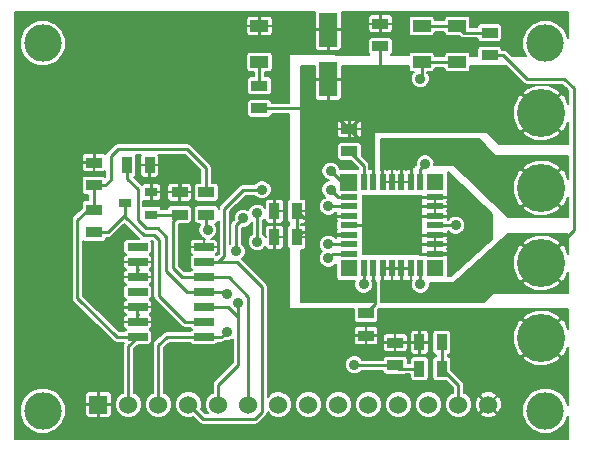
<source format=gtl>
G04 (created by PCBNEW (2013-mar-13)-testing) date Tue 09 Jul 2013 08:38:35 AM EDT*
%MOIN*%
G04 Gerber Fmt 3.4, Leading zero omitted, Abs format*
%FSLAX34Y34*%
G01*
G70*
G90*
G04 APERTURE LIST*
%ADD10C,0.005906*%
%ADD11R,0.055000X0.035000*%
%ADD12R,0.035000X0.055000*%
%ADD13R,0.059843X0.040157*%
%ADD14R,0.060000X0.060000*%
%ADD15C,0.060000*%
%ADD16C,0.125000*%
%ADD17C,0.160000*%
%ADD18R,0.039400X0.031500*%
%ADD19R,0.066929X0.025591*%
%ADD20R,0.062992X0.114173*%
%ADD21R,0.204724X0.204724*%
%ADD22R,0.057087X0.019685*%
%ADD23R,0.019685X0.057087*%
%ADD24R,0.057087X0.057087*%
%ADD25C,0.035000*%
%ADD26C,0.010000*%
%ADD27C,0.008000*%
G04 APERTURE END LIST*
G54D10*
G54D11*
X51090Y-51654D03*
X51090Y-50904D03*
X60157Y-55924D03*
X60157Y-56674D03*
G54D12*
X57855Y-53385D03*
X57105Y-53385D03*
X57855Y-52519D03*
X57105Y-52519D03*
G54D11*
X60637Y-47028D03*
X60637Y-46278D03*
X59606Y-49782D03*
X59606Y-50532D03*
G54D12*
X62686Y-56889D03*
X61936Y-56889D03*
G54D13*
X63196Y-46348D03*
X63196Y-47549D03*
X62015Y-47549D03*
X62015Y-46348D03*
X56602Y-46348D03*
X56602Y-47549D03*
G54D14*
X51237Y-58969D03*
G54D15*
X52237Y-58969D03*
X53237Y-58969D03*
X54237Y-58969D03*
X55237Y-58969D03*
X56237Y-58969D03*
X57237Y-58969D03*
X58237Y-58969D03*
X59237Y-58969D03*
X60237Y-58969D03*
X61237Y-58969D03*
X62237Y-58969D03*
X63237Y-58969D03*
X64237Y-58969D03*
G54D16*
X66137Y-59169D03*
X49387Y-46919D03*
X49387Y-59169D03*
X66137Y-46919D03*
G54D17*
X66000Y-49250D03*
X66000Y-54250D03*
X66000Y-51750D03*
X66000Y-56750D03*
G54D18*
X52133Y-52263D03*
X52999Y-51888D03*
X52999Y-52638D03*
G54D11*
X53944Y-52638D03*
X53944Y-51888D03*
X51090Y-52479D03*
X51090Y-53229D03*
G54D12*
X52191Y-50984D03*
X52941Y-50984D03*
G54D11*
X54830Y-51888D03*
X54830Y-52638D03*
X61129Y-57658D03*
X61129Y-56908D03*
X64279Y-47323D03*
X64279Y-46573D03*
G54D12*
X61936Y-57775D03*
X62686Y-57775D03*
G54D11*
X56602Y-49095D03*
X56602Y-48345D03*
G54D19*
X54751Y-56716D03*
X54751Y-56216D03*
X54751Y-55716D03*
X54751Y-55216D03*
X54751Y-54716D03*
X54751Y-54216D03*
X54751Y-53716D03*
X52547Y-53716D03*
X52547Y-54216D03*
X52547Y-54716D03*
X52547Y-55216D03*
X52547Y-55716D03*
X52547Y-56216D03*
X52547Y-56716D03*
G54D20*
X58900Y-48126D03*
X58900Y-46473D03*
G54D21*
X61023Y-52992D03*
G54D22*
X62460Y-52047D03*
X62460Y-52362D03*
X62460Y-52677D03*
X62460Y-52992D03*
X62460Y-53307D03*
X62460Y-53622D03*
X62460Y-53937D03*
X59586Y-53937D03*
X59586Y-53622D03*
X59586Y-53307D03*
X59586Y-52992D03*
X59586Y-52677D03*
X59586Y-52362D03*
X59586Y-52047D03*
G54D23*
X61968Y-54429D03*
X61653Y-54429D03*
X61338Y-54429D03*
X61023Y-54429D03*
X60708Y-54429D03*
X60393Y-54429D03*
X60078Y-54429D03*
X60078Y-51555D03*
X60393Y-51555D03*
X60708Y-51555D03*
X61023Y-51555D03*
X61338Y-51555D03*
X61653Y-51555D03*
X61968Y-51555D03*
G54D24*
X62460Y-51555D03*
X62460Y-54429D03*
X59586Y-54429D03*
G54D10*
G36*
X59301Y-51840D02*
X59301Y-51269D01*
X59872Y-51269D01*
X59872Y-51840D01*
X59301Y-51840D01*
X59301Y-51840D01*
G37*
G54D25*
X62125Y-50944D03*
X61968Y-54960D03*
X60078Y-54960D03*
X56692Y-51811D03*
X58976Y-51811D03*
X56062Y-52755D03*
X55826Y-53858D03*
X55905Y-55590D03*
X58976Y-51181D03*
X58897Y-53622D03*
X55511Y-55275D03*
X55511Y-56535D03*
X61968Y-48110D03*
X61653Y-50944D03*
X54881Y-53149D03*
X63149Y-52992D03*
X58897Y-52362D03*
X56535Y-52598D03*
X56535Y-53543D03*
X63070Y-51889D03*
X63228Y-52283D03*
X63070Y-54094D03*
X63228Y-53700D03*
X63543Y-53385D03*
X63543Y-52598D03*
X51720Y-55610D03*
X51169Y-50255D03*
X54003Y-51318D03*
X59763Y-57637D03*
X58897Y-54094D03*
G54D26*
X61968Y-51102D02*
X61968Y-51555D01*
X62125Y-50944D02*
X61968Y-51102D01*
X61968Y-54960D02*
X61968Y-54429D01*
X60078Y-54960D02*
X60078Y-54429D01*
X62686Y-57775D02*
X62686Y-56889D01*
X63237Y-58969D02*
X63237Y-58327D01*
X63237Y-58327D02*
X62686Y-57775D01*
X59586Y-52047D02*
X59212Y-52047D01*
X55433Y-54015D02*
X55232Y-54216D01*
X55433Y-52440D02*
X55433Y-54015D01*
X56062Y-51811D02*
X55433Y-52440D01*
X56692Y-51811D02*
X56062Y-51811D01*
X59212Y-52047D02*
X58976Y-51811D01*
X54237Y-58969D02*
X54244Y-58969D01*
X55870Y-54216D02*
X55232Y-54216D01*
X55232Y-54216D02*
X54751Y-54216D01*
X56692Y-55039D02*
X55870Y-54216D01*
X56692Y-59212D02*
X56692Y-55039D01*
X56456Y-59448D02*
X56692Y-59212D01*
X54724Y-59448D02*
X56456Y-59448D01*
X54244Y-58969D02*
X54724Y-59448D01*
X59586Y-51555D02*
X59350Y-51555D01*
X56062Y-52755D02*
X55826Y-52992D01*
X55826Y-52992D02*
X55826Y-53858D01*
X55905Y-55590D02*
X55905Y-56062D01*
X59350Y-51555D02*
X58976Y-51181D01*
X55237Y-58969D02*
X55237Y-58305D01*
X55559Y-55716D02*
X54751Y-55716D01*
X55905Y-56062D02*
X55559Y-55716D01*
X55905Y-57637D02*
X55905Y-56062D01*
X55237Y-58305D02*
X55905Y-57637D01*
X59586Y-53622D02*
X58897Y-53622D01*
X56237Y-58969D02*
X56237Y-55371D01*
X55582Y-54716D02*
X54751Y-54716D01*
X56237Y-55371D02*
X55582Y-54716D01*
X54751Y-54716D02*
X54015Y-54716D01*
X53728Y-52855D02*
X53944Y-52638D01*
X53728Y-54429D02*
X53728Y-52855D01*
X54015Y-54716D02*
X53728Y-54429D01*
X52999Y-52638D02*
X53944Y-52638D01*
X54751Y-56716D02*
X55330Y-56716D01*
X55452Y-55216D02*
X54751Y-55216D01*
X55511Y-55275D02*
X55452Y-55216D01*
X55330Y-56716D02*
X55511Y-56535D01*
X53237Y-58969D02*
X53237Y-56998D01*
X53519Y-56716D02*
X54751Y-56716D01*
X53237Y-56998D02*
X53519Y-56716D01*
X52191Y-50984D02*
X52191Y-51436D01*
X54200Y-55216D02*
X54751Y-55216D01*
X53492Y-54507D02*
X54200Y-55216D01*
X53492Y-53366D02*
X53492Y-54507D01*
X53216Y-53090D02*
X53492Y-53366D01*
X52822Y-53090D02*
X53216Y-53090D01*
X52547Y-52814D02*
X52822Y-53090D01*
X52547Y-51791D02*
X52547Y-52814D01*
X52191Y-51436D02*
X52547Y-51791D01*
X64279Y-47323D02*
X64725Y-47323D01*
X67086Y-53163D02*
X66000Y-54250D01*
X67086Y-48425D02*
X67086Y-53163D01*
X66771Y-48110D02*
X67086Y-48425D01*
X65511Y-48110D02*
X66771Y-48110D01*
X64725Y-47323D02*
X65511Y-48110D01*
X61653Y-51555D02*
X61653Y-50944D01*
X62015Y-48062D02*
X62015Y-47549D01*
X61968Y-48110D02*
X62015Y-48062D01*
X62015Y-47549D02*
X63196Y-47549D01*
X62460Y-52992D02*
X63149Y-52992D01*
X54830Y-53098D02*
X54830Y-52638D01*
X54881Y-53149D02*
X54830Y-53098D01*
X58897Y-52362D02*
X59586Y-52362D01*
X56535Y-53543D02*
X56535Y-52598D01*
X62460Y-52047D02*
X62913Y-52047D01*
X62913Y-52047D02*
X63070Y-51889D01*
X62460Y-52362D02*
X63149Y-52362D01*
X63149Y-52362D02*
X63228Y-52283D01*
X62460Y-53937D02*
X62913Y-53937D01*
X62913Y-53937D02*
X63070Y-54094D01*
X62460Y-53622D02*
X63149Y-53622D01*
X63149Y-53622D02*
X63228Y-53700D01*
X62460Y-53307D02*
X62913Y-53307D01*
X62992Y-53385D02*
X63543Y-53385D01*
X62913Y-53307D02*
X62992Y-53385D01*
X62460Y-52677D02*
X62913Y-52677D01*
X62992Y-52598D02*
X63543Y-52598D01*
X62913Y-52677D02*
X62992Y-52598D01*
X59586Y-52992D02*
X61023Y-52992D01*
X62460Y-53937D02*
X61968Y-53937D01*
X61968Y-53937D02*
X61023Y-52992D01*
X62460Y-53622D02*
X61653Y-53622D01*
X61653Y-53622D02*
X61023Y-52992D01*
X62460Y-53307D02*
X61338Y-53307D01*
X61338Y-53307D02*
X61023Y-52992D01*
X62460Y-52677D02*
X61338Y-52677D01*
X61338Y-52677D02*
X61023Y-52992D01*
X62460Y-52362D02*
X61653Y-52362D01*
X61653Y-52362D02*
X61023Y-52992D01*
X62460Y-52047D02*
X61968Y-52047D01*
X61968Y-52047D02*
X61023Y-52992D01*
X52547Y-55716D02*
X51826Y-55716D01*
X51826Y-55716D02*
X51720Y-55610D01*
X51090Y-50904D02*
X51090Y-50334D01*
X51090Y-50334D02*
X51169Y-50255D01*
X53944Y-51888D02*
X53944Y-51377D01*
X53944Y-51377D02*
X54003Y-51318D01*
X59586Y-53937D02*
X59055Y-53937D01*
X59784Y-57658D02*
X61129Y-57658D01*
X59763Y-57637D02*
X59784Y-57658D01*
X59055Y-53937D02*
X58897Y-54094D01*
X61936Y-57775D02*
X61247Y-57775D01*
X61247Y-57775D02*
X61129Y-57658D01*
X56602Y-47549D02*
X56602Y-48345D01*
X60078Y-51555D02*
X60078Y-51004D01*
X60078Y-51004D02*
X59606Y-50532D01*
X52133Y-52263D02*
X52133Y-52716D01*
X52133Y-52716D02*
X52744Y-53326D01*
X52744Y-53326D02*
X53098Y-53326D01*
X53098Y-53326D02*
X53255Y-53484D01*
X53255Y-53484D02*
X53255Y-55334D01*
X53255Y-55334D02*
X54137Y-56216D01*
X54137Y-56216D02*
X54751Y-56216D01*
X51090Y-53229D02*
X51542Y-53229D01*
X52133Y-52637D02*
X52133Y-52263D01*
X51542Y-53229D02*
X52133Y-52637D01*
X62015Y-46348D02*
X63196Y-46348D01*
X64279Y-46573D02*
X63422Y-46573D01*
X63422Y-46573D02*
X63196Y-46348D01*
X54830Y-51888D02*
X54830Y-51082D01*
X51463Y-51654D02*
X51090Y-51654D01*
X51641Y-51476D02*
X51463Y-51654D01*
X51641Y-50688D02*
X51641Y-51476D01*
X51877Y-50452D02*
X51641Y-50688D01*
X54200Y-50452D02*
X51877Y-50452D01*
X54830Y-51082D02*
X54200Y-50452D01*
X52547Y-56716D02*
X51842Y-56716D01*
X50875Y-52479D02*
X51090Y-52479D01*
X50539Y-52814D02*
X50875Y-52479D01*
X50539Y-55413D02*
X50539Y-52814D01*
X51842Y-56716D02*
X50539Y-55413D01*
X51090Y-52479D02*
X51090Y-51654D01*
X52237Y-58969D02*
X52237Y-57025D01*
X52237Y-57025D02*
X52547Y-56716D01*
X60393Y-54429D02*
X60393Y-54803D01*
X60472Y-55609D02*
X60157Y-55924D01*
X60472Y-54881D02*
X60472Y-55609D01*
X60393Y-54803D02*
X60472Y-54881D01*
X59586Y-52677D02*
X59133Y-52677D01*
X58091Y-52755D02*
X57855Y-52519D01*
X59055Y-52755D02*
X58091Y-52755D01*
X59133Y-52677D02*
X59055Y-52755D01*
X57855Y-52519D02*
X57855Y-53385D01*
X59586Y-53307D02*
X59133Y-53307D01*
X58012Y-53228D02*
X57855Y-53385D01*
X59055Y-53228D02*
X58012Y-53228D01*
X59133Y-53307D02*
X59055Y-53228D01*
X60637Y-47028D02*
X60637Y-48750D01*
X60637Y-48750D02*
X59606Y-49782D01*
X58900Y-48126D02*
X58900Y-49076D01*
X58900Y-49076D02*
X59606Y-49782D01*
X56602Y-49095D02*
X58919Y-49095D01*
X58919Y-49095D02*
X59606Y-49782D01*
X60393Y-51555D02*
X60393Y-50569D01*
X60393Y-50569D02*
X59606Y-49782D01*
G54D10*
G36*
X66889Y-52715D02*
X66645Y-52715D01*
X66645Y-52409D01*
X66000Y-51764D01*
X65985Y-51778D01*
X65985Y-51750D01*
X65340Y-51104D01*
X65218Y-51194D01*
X65065Y-51535D01*
X65055Y-51909D01*
X65188Y-52259D01*
X65218Y-52305D01*
X65340Y-52395D01*
X65985Y-51750D01*
X65985Y-51778D01*
X65354Y-52409D01*
X65444Y-52531D01*
X65785Y-52684D01*
X66159Y-52695D01*
X66509Y-52561D01*
X66555Y-52531D01*
X66645Y-52409D01*
X66645Y-52715D01*
X64897Y-52715D01*
X63086Y-50983D01*
X62440Y-50983D01*
X62441Y-50882D01*
X62393Y-50766D01*
X62304Y-50677D01*
X62188Y-50629D01*
X62063Y-50629D01*
X61947Y-50677D01*
X61859Y-50766D01*
X61811Y-50881D01*
X61810Y-50983D01*
X61692Y-50983D01*
X61692Y-51135D01*
X61663Y-51164D01*
X61663Y-51545D01*
X61671Y-51545D01*
X61671Y-51565D01*
X61663Y-51565D01*
X61663Y-51572D01*
X61643Y-51572D01*
X61643Y-51565D01*
X61643Y-51545D01*
X61643Y-51164D01*
X61608Y-51129D01*
X61527Y-51129D01*
X61496Y-51142D01*
X61464Y-51129D01*
X61383Y-51129D01*
X61348Y-51164D01*
X61348Y-51545D01*
X61450Y-51545D01*
X61542Y-51545D01*
X61643Y-51545D01*
X61643Y-51565D01*
X61542Y-51565D01*
X61450Y-51565D01*
X61348Y-51565D01*
X61348Y-51572D01*
X61328Y-51572D01*
X61328Y-51565D01*
X61328Y-51545D01*
X61328Y-51164D01*
X61293Y-51129D01*
X61212Y-51129D01*
X61181Y-51142D01*
X61149Y-51129D01*
X61068Y-51129D01*
X61033Y-51164D01*
X61033Y-51545D01*
X61135Y-51545D01*
X61227Y-51545D01*
X61328Y-51545D01*
X61328Y-51565D01*
X61227Y-51565D01*
X61135Y-51565D01*
X61033Y-51565D01*
X61033Y-51572D01*
X61013Y-51572D01*
X61013Y-51565D01*
X61013Y-51545D01*
X61013Y-51164D01*
X60978Y-51129D01*
X60897Y-51129D01*
X60866Y-51142D01*
X60834Y-51129D01*
X60753Y-51129D01*
X60718Y-51164D01*
X60718Y-51545D01*
X60820Y-51545D01*
X60912Y-51545D01*
X61013Y-51545D01*
X61013Y-51565D01*
X60912Y-51565D01*
X60820Y-51565D01*
X60718Y-51565D01*
X60718Y-51572D01*
X60698Y-51572D01*
X60698Y-51565D01*
X60690Y-51565D01*
X60690Y-51545D01*
X60698Y-51545D01*
X60698Y-51164D01*
X60669Y-51135D01*
X60669Y-50118D01*
X63920Y-50118D01*
X64471Y-50669D01*
X66889Y-50669D01*
X66889Y-51443D01*
X66811Y-51240D01*
X66781Y-51194D01*
X66659Y-51104D01*
X66645Y-51118D01*
X66645Y-51090D01*
X66555Y-50968D01*
X66214Y-50815D01*
X65840Y-50805D01*
X65490Y-50938D01*
X65444Y-50968D01*
X65354Y-51090D01*
X66000Y-51735D01*
X66645Y-51090D01*
X66645Y-51118D01*
X66014Y-51750D01*
X66659Y-52395D01*
X66781Y-52305D01*
X66889Y-52064D01*
X66889Y-52715D01*
X66889Y-52715D01*
G37*
G54D27*
X66889Y-52715D02*
X66645Y-52715D01*
X66645Y-52409D01*
X66000Y-51764D01*
X65985Y-51778D01*
X65985Y-51750D01*
X65340Y-51104D01*
X65218Y-51194D01*
X65065Y-51535D01*
X65055Y-51909D01*
X65188Y-52259D01*
X65218Y-52305D01*
X65340Y-52395D01*
X65985Y-51750D01*
X65985Y-51778D01*
X65354Y-52409D01*
X65444Y-52531D01*
X65785Y-52684D01*
X66159Y-52695D01*
X66509Y-52561D01*
X66555Y-52531D01*
X66645Y-52409D01*
X66645Y-52715D01*
X64897Y-52715D01*
X63086Y-50983D01*
X62440Y-50983D01*
X62441Y-50882D01*
X62393Y-50766D01*
X62304Y-50677D01*
X62188Y-50629D01*
X62063Y-50629D01*
X61947Y-50677D01*
X61859Y-50766D01*
X61811Y-50881D01*
X61810Y-50983D01*
X61692Y-50983D01*
X61692Y-51135D01*
X61663Y-51164D01*
X61663Y-51545D01*
X61671Y-51545D01*
X61671Y-51565D01*
X61663Y-51565D01*
X61663Y-51572D01*
X61643Y-51572D01*
X61643Y-51565D01*
X61643Y-51545D01*
X61643Y-51164D01*
X61608Y-51129D01*
X61527Y-51129D01*
X61496Y-51142D01*
X61464Y-51129D01*
X61383Y-51129D01*
X61348Y-51164D01*
X61348Y-51545D01*
X61450Y-51545D01*
X61542Y-51545D01*
X61643Y-51545D01*
X61643Y-51565D01*
X61542Y-51565D01*
X61450Y-51565D01*
X61348Y-51565D01*
X61348Y-51572D01*
X61328Y-51572D01*
X61328Y-51565D01*
X61328Y-51545D01*
X61328Y-51164D01*
X61293Y-51129D01*
X61212Y-51129D01*
X61181Y-51142D01*
X61149Y-51129D01*
X61068Y-51129D01*
X61033Y-51164D01*
X61033Y-51545D01*
X61135Y-51545D01*
X61227Y-51545D01*
X61328Y-51545D01*
X61328Y-51565D01*
X61227Y-51565D01*
X61135Y-51565D01*
X61033Y-51565D01*
X61033Y-51572D01*
X61013Y-51572D01*
X61013Y-51565D01*
X61013Y-51545D01*
X61013Y-51164D01*
X60978Y-51129D01*
X60897Y-51129D01*
X60866Y-51142D01*
X60834Y-51129D01*
X60753Y-51129D01*
X60718Y-51164D01*
X60718Y-51545D01*
X60820Y-51545D01*
X60912Y-51545D01*
X61013Y-51545D01*
X61013Y-51565D01*
X60912Y-51565D01*
X60820Y-51565D01*
X60718Y-51565D01*
X60718Y-51572D01*
X60698Y-51572D01*
X60698Y-51565D01*
X60690Y-51565D01*
X60690Y-51545D01*
X60698Y-51545D01*
X60698Y-51164D01*
X60669Y-51135D01*
X60669Y-50118D01*
X63920Y-50118D01*
X64471Y-50669D01*
X66889Y-50669D01*
X66889Y-51443D01*
X66811Y-51240D01*
X66781Y-51194D01*
X66659Y-51104D01*
X66645Y-51118D01*
X66645Y-51090D01*
X66555Y-50968D01*
X66214Y-50815D01*
X65840Y-50805D01*
X65490Y-50938D01*
X65444Y-50968D01*
X65354Y-51090D01*
X66000Y-51735D01*
X66645Y-51090D01*
X66645Y-51118D01*
X66014Y-51750D01*
X66659Y-52395D01*
X66781Y-52305D01*
X66889Y-52064D01*
X66889Y-52715D01*
G54D10*
G36*
X66889Y-55235D02*
X66645Y-55235D01*
X66645Y-54909D01*
X66000Y-54264D01*
X65985Y-54278D01*
X65985Y-54250D01*
X65340Y-53604D01*
X65218Y-53694D01*
X65065Y-54035D01*
X65055Y-54409D01*
X65188Y-54759D01*
X65218Y-54805D01*
X65340Y-54895D01*
X65985Y-54250D01*
X65985Y-54278D01*
X65354Y-54909D01*
X65444Y-55031D01*
X65785Y-55184D01*
X66159Y-55195D01*
X66509Y-55061D01*
X66555Y-55031D01*
X66645Y-54909D01*
X66645Y-55235D01*
X64392Y-55235D01*
X64077Y-55550D01*
X61643Y-55550D01*
X61643Y-54819D01*
X61643Y-54439D01*
X61542Y-54439D01*
X61450Y-54439D01*
X61348Y-54439D01*
X61348Y-54819D01*
X61383Y-54854D01*
X61464Y-54854D01*
X61496Y-54841D01*
X61527Y-54854D01*
X61608Y-54854D01*
X61643Y-54819D01*
X61643Y-55550D01*
X61328Y-55550D01*
X61328Y-54819D01*
X61328Y-54439D01*
X61227Y-54439D01*
X61135Y-54439D01*
X61033Y-54439D01*
X61033Y-54819D01*
X61068Y-54854D01*
X61149Y-54854D01*
X61181Y-54841D01*
X61212Y-54854D01*
X61293Y-54854D01*
X61328Y-54819D01*
X61328Y-55550D01*
X61013Y-55550D01*
X61013Y-54819D01*
X61013Y-54439D01*
X60912Y-54439D01*
X60820Y-54439D01*
X60718Y-54439D01*
X60718Y-54819D01*
X60753Y-54854D01*
X60834Y-54854D01*
X60866Y-54841D01*
X60897Y-54854D01*
X60978Y-54854D01*
X61013Y-54819D01*
X61013Y-55550D01*
X60669Y-55550D01*
X60669Y-54848D01*
X60698Y-54819D01*
X60698Y-54439D01*
X60690Y-54439D01*
X60690Y-54419D01*
X60698Y-54419D01*
X60698Y-54411D01*
X60718Y-54411D01*
X60718Y-54419D01*
X60820Y-54419D01*
X60912Y-54419D01*
X61013Y-54419D01*
X61013Y-54411D01*
X61033Y-54411D01*
X61033Y-54419D01*
X61135Y-54419D01*
X61227Y-54419D01*
X61328Y-54419D01*
X61328Y-54411D01*
X61348Y-54411D01*
X61348Y-54419D01*
X61450Y-54419D01*
X61542Y-54419D01*
X61643Y-54419D01*
X61643Y-54411D01*
X61663Y-54411D01*
X61663Y-54419D01*
X61671Y-54419D01*
X61671Y-54439D01*
X61663Y-54439D01*
X61663Y-54819D01*
X61679Y-54835D01*
X61653Y-54897D01*
X61653Y-55023D01*
X61701Y-55138D01*
X61789Y-55227D01*
X61905Y-55275D01*
X62030Y-55275D01*
X62146Y-55227D01*
X62235Y-55139D01*
X62283Y-55023D01*
X62283Y-54921D01*
X63086Y-54921D01*
X64897Y-53268D01*
X66889Y-53268D01*
X66889Y-53943D01*
X66811Y-53740D01*
X66781Y-53694D01*
X66659Y-53604D01*
X66645Y-53618D01*
X66645Y-53590D01*
X66555Y-53468D01*
X66214Y-53315D01*
X65840Y-53305D01*
X65490Y-53438D01*
X65444Y-53468D01*
X65354Y-53590D01*
X66000Y-54235D01*
X66645Y-53590D01*
X66645Y-53618D01*
X66014Y-54250D01*
X66659Y-54895D01*
X66781Y-54805D01*
X66889Y-54564D01*
X66889Y-55235D01*
X66889Y-55235D01*
G37*
G54D27*
X66889Y-55235D02*
X66645Y-55235D01*
X66645Y-54909D01*
X66000Y-54264D01*
X65985Y-54278D01*
X65985Y-54250D01*
X65340Y-53604D01*
X65218Y-53694D01*
X65065Y-54035D01*
X65055Y-54409D01*
X65188Y-54759D01*
X65218Y-54805D01*
X65340Y-54895D01*
X65985Y-54250D01*
X65985Y-54278D01*
X65354Y-54909D01*
X65444Y-55031D01*
X65785Y-55184D01*
X66159Y-55195D01*
X66509Y-55061D01*
X66555Y-55031D01*
X66645Y-54909D01*
X66645Y-55235D01*
X64392Y-55235D01*
X64077Y-55550D01*
X61643Y-55550D01*
X61643Y-54819D01*
X61643Y-54439D01*
X61542Y-54439D01*
X61450Y-54439D01*
X61348Y-54439D01*
X61348Y-54819D01*
X61383Y-54854D01*
X61464Y-54854D01*
X61496Y-54841D01*
X61527Y-54854D01*
X61608Y-54854D01*
X61643Y-54819D01*
X61643Y-55550D01*
X61328Y-55550D01*
X61328Y-54819D01*
X61328Y-54439D01*
X61227Y-54439D01*
X61135Y-54439D01*
X61033Y-54439D01*
X61033Y-54819D01*
X61068Y-54854D01*
X61149Y-54854D01*
X61181Y-54841D01*
X61212Y-54854D01*
X61293Y-54854D01*
X61328Y-54819D01*
X61328Y-55550D01*
X61013Y-55550D01*
X61013Y-54819D01*
X61013Y-54439D01*
X60912Y-54439D01*
X60820Y-54439D01*
X60718Y-54439D01*
X60718Y-54819D01*
X60753Y-54854D01*
X60834Y-54854D01*
X60866Y-54841D01*
X60897Y-54854D01*
X60978Y-54854D01*
X61013Y-54819D01*
X61013Y-55550D01*
X60669Y-55550D01*
X60669Y-54848D01*
X60698Y-54819D01*
X60698Y-54439D01*
X60690Y-54439D01*
X60690Y-54419D01*
X60698Y-54419D01*
X60698Y-54411D01*
X60718Y-54411D01*
X60718Y-54419D01*
X60820Y-54419D01*
X60912Y-54419D01*
X61013Y-54419D01*
X61013Y-54411D01*
X61033Y-54411D01*
X61033Y-54419D01*
X61135Y-54419D01*
X61227Y-54419D01*
X61328Y-54419D01*
X61328Y-54411D01*
X61348Y-54411D01*
X61348Y-54419D01*
X61450Y-54419D01*
X61542Y-54419D01*
X61643Y-54419D01*
X61643Y-54411D01*
X61663Y-54411D01*
X61663Y-54419D01*
X61671Y-54419D01*
X61671Y-54439D01*
X61663Y-54439D01*
X61663Y-54819D01*
X61679Y-54835D01*
X61653Y-54897D01*
X61653Y-55023D01*
X61701Y-55138D01*
X61789Y-55227D01*
X61905Y-55275D01*
X62030Y-55275D01*
X62146Y-55227D01*
X62235Y-55139D01*
X62283Y-55023D01*
X62283Y-54921D01*
X63086Y-54921D01*
X64897Y-53268D01*
X66889Y-53268D01*
X66889Y-53943D01*
X66811Y-53740D01*
X66781Y-53694D01*
X66659Y-53604D01*
X66645Y-53618D01*
X66645Y-53590D01*
X66555Y-53468D01*
X66214Y-53315D01*
X65840Y-53305D01*
X65490Y-53438D01*
X65444Y-53468D01*
X65354Y-53590D01*
X66000Y-54235D01*
X66645Y-53590D01*
X66645Y-53618D01*
X66014Y-54250D01*
X66659Y-54895D01*
X66781Y-54805D01*
X66889Y-54564D01*
X66889Y-55235D01*
G54D10*
G36*
X66889Y-60117D02*
X64679Y-60117D01*
X64679Y-58889D01*
X64614Y-58726D01*
X64606Y-58713D01*
X64537Y-58683D01*
X64523Y-58698D01*
X64523Y-58669D01*
X64493Y-58600D01*
X64332Y-58530D01*
X64157Y-58527D01*
X63994Y-58592D01*
X63982Y-58600D01*
X63952Y-58669D01*
X64237Y-58955D01*
X64523Y-58669D01*
X64523Y-58698D01*
X64251Y-58969D01*
X64537Y-59254D01*
X64606Y-59224D01*
X64676Y-59064D01*
X64679Y-58889D01*
X64679Y-60117D01*
X64523Y-60117D01*
X64523Y-59268D01*
X64237Y-58983D01*
X64223Y-58997D01*
X64223Y-58969D01*
X63938Y-58683D01*
X63869Y-58713D01*
X63799Y-58874D01*
X63796Y-59049D01*
X63860Y-59212D01*
X63869Y-59224D01*
X63938Y-59254D01*
X64223Y-58969D01*
X64223Y-58997D01*
X63952Y-59268D01*
X63982Y-59338D01*
X64142Y-59407D01*
X64317Y-59410D01*
X64480Y-59346D01*
X64493Y-59338D01*
X64523Y-59268D01*
X64523Y-60117D01*
X63677Y-60117D01*
X63677Y-58882D01*
X63611Y-58720D01*
X63487Y-58596D01*
X63427Y-58571D01*
X63427Y-58327D01*
X63413Y-58254D01*
X63372Y-58193D01*
X63001Y-57821D01*
X63001Y-57472D01*
X62979Y-57421D01*
X62940Y-57381D01*
X62888Y-57360D01*
X62876Y-57360D01*
X62876Y-57304D01*
X62888Y-57304D01*
X62940Y-57283D01*
X62979Y-57244D01*
X63001Y-57192D01*
X63001Y-57136D01*
X63001Y-56586D01*
X62979Y-56535D01*
X62940Y-56496D01*
X62888Y-56474D01*
X62833Y-56474D01*
X62483Y-56474D01*
X62431Y-56496D01*
X62392Y-56535D01*
X62371Y-56586D01*
X62371Y-56642D01*
X62371Y-57192D01*
X62392Y-57244D01*
X62431Y-57283D01*
X62483Y-57304D01*
X62496Y-57304D01*
X62496Y-57360D01*
X62483Y-57360D01*
X62431Y-57381D01*
X62392Y-57421D01*
X62371Y-57472D01*
X62371Y-57528D01*
X62371Y-58078D01*
X62392Y-58129D01*
X62431Y-58169D01*
X62483Y-58190D01*
X62538Y-58190D01*
X62832Y-58190D01*
X63047Y-58406D01*
X63047Y-58571D01*
X62988Y-58596D01*
X62864Y-58719D01*
X62797Y-58881D01*
X62797Y-59056D01*
X62864Y-59218D01*
X62988Y-59342D01*
X63149Y-59409D01*
X63324Y-59409D01*
X63486Y-59342D01*
X63610Y-59218D01*
X63677Y-59057D01*
X63677Y-58882D01*
X63677Y-60117D01*
X62677Y-60117D01*
X62677Y-58882D01*
X62611Y-58720D01*
X62487Y-58596D01*
X62325Y-58529D01*
X62251Y-58529D01*
X62251Y-58078D01*
X62251Y-58022D01*
X62251Y-57472D01*
X62251Y-57192D01*
X62251Y-57136D01*
X62251Y-56934D01*
X62251Y-56844D01*
X62251Y-56642D01*
X62251Y-56586D01*
X62229Y-56535D01*
X62190Y-56496D01*
X62138Y-56474D01*
X61981Y-56474D01*
X61946Y-56509D01*
X61946Y-56879D01*
X62216Y-56879D01*
X62251Y-56844D01*
X62251Y-56934D01*
X62216Y-56899D01*
X61946Y-56899D01*
X61946Y-57269D01*
X61981Y-57304D01*
X62138Y-57304D01*
X62190Y-57283D01*
X62229Y-57244D01*
X62251Y-57192D01*
X62251Y-57472D01*
X62229Y-57421D01*
X62190Y-57381D01*
X62138Y-57360D01*
X62083Y-57360D01*
X61926Y-57360D01*
X61926Y-57269D01*
X61926Y-56899D01*
X61926Y-56879D01*
X61926Y-56509D01*
X61891Y-56474D01*
X61733Y-56474D01*
X61681Y-56496D01*
X61642Y-56535D01*
X61621Y-56586D01*
X61621Y-56642D01*
X61621Y-56844D01*
X61656Y-56879D01*
X61926Y-56879D01*
X61926Y-56899D01*
X61656Y-56899D01*
X61621Y-56934D01*
X61621Y-57136D01*
X61621Y-57192D01*
X61642Y-57244D01*
X61681Y-57283D01*
X61733Y-57304D01*
X61891Y-57304D01*
X61926Y-57269D01*
X61926Y-57360D01*
X61733Y-57360D01*
X61681Y-57381D01*
X61642Y-57421D01*
X61621Y-57472D01*
X61621Y-57528D01*
X61621Y-57585D01*
X61544Y-57585D01*
X61544Y-57455D01*
X61544Y-57111D01*
X61544Y-56953D01*
X61544Y-56863D01*
X61544Y-56705D01*
X61523Y-56654D01*
X61484Y-56614D01*
X61432Y-56593D01*
X61377Y-56593D01*
X61174Y-56593D01*
X61139Y-56628D01*
X61139Y-56898D01*
X61509Y-56898D01*
X61544Y-56863D01*
X61544Y-56953D01*
X61509Y-56918D01*
X61139Y-56918D01*
X61139Y-57188D01*
X61174Y-57223D01*
X61377Y-57223D01*
X61432Y-57223D01*
X61484Y-57202D01*
X61523Y-57162D01*
X61544Y-57111D01*
X61544Y-57455D01*
X61523Y-57404D01*
X61484Y-57364D01*
X61432Y-57343D01*
X61377Y-57343D01*
X61119Y-57343D01*
X61119Y-57188D01*
X61119Y-56918D01*
X61119Y-56898D01*
X61119Y-56628D01*
X61084Y-56593D01*
X60882Y-56593D01*
X60827Y-56593D01*
X60775Y-56614D01*
X60736Y-56654D01*
X60714Y-56705D01*
X60714Y-56863D01*
X60749Y-56898D01*
X61119Y-56898D01*
X61119Y-56918D01*
X60749Y-56918D01*
X60714Y-56953D01*
X60714Y-57111D01*
X60736Y-57162D01*
X60775Y-57202D01*
X60827Y-57223D01*
X60882Y-57223D01*
X61084Y-57223D01*
X61119Y-57188D01*
X61119Y-57343D01*
X60827Y-57343D01*
X60775Y-57364D01*
X60736Y-57404D01*
X60714Y-57455D01*
X60714Y-57468D01*
X60572Y-57468D01*
X60572Y-56877D01*
X60572Y-56719D01*
X60572Y-56629D01*
X60572Y-56471D01*
X60551Y-56419D01*
X60511Y-56380D01*
X60460Y-56359D01*
X60404Y-56359D01*
X60202Y-56359D01*
X60167Y-56394D01*
X60167Y-56664D01*
X60537Y-56664D01*
X60572Y-56629D01*
X60572Y-56719D01*
X60537Y-56684D01*
X60167Y-56684D01*
X60167Y-56954D01*
X60202Y-56989D01*
X60404Y-56989D01*
X60460Y-56989D01*
X60511Y-56967D01*
X60551Y-56928D01*
X60572Y-56877D01*
X60572Y-57468D01*
X60147Y-57468D01*
X60147Y-56954D01*
X60147Y-56684D01*
X60147Y-56664D01*
X60147Y-56394D01*
X60112Y-56359D01*
X59910Y-56359D01*
X59854Y-56359D01*
X59803Y-56380D01*
X59763Y-56419D01*
X59742Y-56471D01*
X59742Y-56629D01*
X59777Y-56664D01*
X60147Y-56664D01*
X60147Y-56684D01*
X59777Y-56684D01*
X59742Y-56719D01*
X59742Y-56877D01*
X59763Y-56928D01*
X59803Y-56967D01*
X59854Y-56989D01*
X59910Y-56989D01*
X60112Y-56989D01*
X60147Y-56954D01*
X60147Y-57468D01*
X60034Y-57468D01*
X60030Y-57459D01*
X59942Y-57370D01*
X59826Y-57322D01*
X59701Y-57322D01*
X59585Y-57370D01*
X59496Y-57459D01*
X59448Y-57574D01*
X59448Y-57700D01*
X59496Y-57815D01*
X59585Y-57904D01*
X59700Y-57952D01*
X59826Y-57952D01*
X59941Y-57904D01*
X59998Y-57848D01*
X60714Y-57848D01*
X60714Y-57861D01*
X60736Y-57912D01*
X60775Y-57952D01*
X60827Y-57973D01*
X60882Y-57973D01*
X61432Y-57973D01*
X61451Y-57965D01*
X61621Y-57965D01*
X61621Y-58078D01*
X61642Y-58129D01*
X61681Y-58169D01*
X61733Y-58190D01*
X61788Y-58190D01*
X62138Y-58190D01*
X62190Y-58169D01*
X62229Y-58129D01*
X62251Y-58078D01*
X62251Y-58529D01*
X62150Y-58529D01*
X61988Y-58596D01*
X61864Y-58719D01*
X61797Y-58881D01*
X61797Y-59056D01*
X61864Y-59218D01*
X61988Y-59342D01*
X62149Y-59409D01*
X62324Y-59409D01*
X62486Y-59342D01*
X62610Y-59218D01*
X62677Y-59057D01*
X62677Y-58882D01*
X62677Y-60117D01*
X61677Y-60117D01*
X61677Y-58882D01*
X61611Y-58720D01*
X61487Y-58596D01*
X61325Y-58529D01*
X61150Y-58529D01*
X60988Y-58596D01*
X60864Y-58719D01*
X60797Y-58881D01*
X60797Y-59056D01*
X60864Y-59218D01*
X60988Y-59342D01*
X61149Y-59409D01*
X61324Y-59409D01*
X61486Y-59342D01*
X61610Y-59218D01*
X61677Y-59057D01*
X61677Y-58882D01*
X61677Y-60117D01*
X60677Y-60117D01*
X60677Y-58882D01*
X60611Y-58720D01*
X60487Y-58596D01*
X60325Y-58529D01*
X60150Y-58529D01*
X59988Y-58596D01*
X59864Y-58719D01*
X59797Y-58881D01*
X59797Y-59056D01*
X59864Y-59218D01*
X59988Y-59342D01*
X60149Y-59409D01*
X60324Y-59409D01*
X60486Y-59342D01*
X60610Y-59218D01*
X60677Y-59057D01*
X60677Y-58882D01*
X60677Y-60117D01*
X59677Y-60117D01*
X59677Y-58882D01*
X59611Y-58720D01*
X59487Y-58596D01*
X59325Y-58529D01*
X59150Y-58529D01*
X58988Y-58596D01*
X58864Y-58719D01*
X58797Y-58881D01*
X58797Y-59056D01*
X58864Y-59218D01*
X58988Y-59342D01*
X59149Y-59409D01*
X59324Y-59409D01*
X59486Y-59342D01*
X59610Y-59218D01*
X59677Y-59057D01*
X59677Y-58882D01*
X59677Y-60117D01*
X58677Y-60117D01*
X58677Y-58882D01*
X58611Y-58720D01*
X58487Y-58596D01*
X58325Y-58529D01*
X58150Y-58529D01*
X57988Y-58596D01*
X57864Y-58719D01*
X57797Y-58881D01*
X57797Y-59056D01*
X57864Y-59218D01*
X57988Y-59342D01*
X58149Y-59409D01*
X58324Y-59409D01*
X58486Y-59342D01*
X58610Y-59218D01*
X58677Y-59057D01*
X58677Y-58882D01*
X58677Y-60117D01*
X57677Y-60117D01*
X57677Y-58882D01*
X57611Y-58720D01*
X57487Y-58596D01*
X57420Y-58568D01*
X57420Y-53688D01*
X57420Y-53632D01*
X57420Y-53430D01*
X57420Y-53340D01*
X57420Y-53138D01*
X57420Y-53082D01*
X57420Y-52822D01*
X57420Y-52766D01*
X57420Y-52564D01*
X57420Y-52474D01*
X57420Y-52272D01*
X57420Y-52216D01*
X57399Y-52165D01*
X57359Y-52125D01*
X57308Y-52104D01*
X57150Y-52104D01*
X57115Y-52139D01*
X57115Y-52509D01*
X57385Y-52509D01*
X57420Y-52474D01*
X57420Y-52564D01*
X57385Y-52529D01*
X57115Y-52529D01*
X57115Y-52899D01*
X57150Y-52934D01*
X57308Y-52934D01*
X57359Y-52913D01*
X57399Y-52873D01*
X57420Y-52822D01*
X57420Y-53082D01*
X57399Y-53031D01*
X57359Y-52992D01*
X57308Y-52970D01*
X57150Y-52970D01*
X57115Y-53005D01*
X57115Y-53375D01*
X57385Y-53375D01*
X57420Y-53340D01*
X57420Y-53430D01*
X57385Y-53395D01*
X57115Y-53395D01*
X57115Y-53765D01*
X57150Y-53800D01*
X57308Y-53800D01*
X57359Y-53779D01*
X57399Y-53740D01*
X57420Y-53688D01*
X57420Y-58568D01*
X57325Y-58529D01*
X57150Y-58529D01*
X56988Y-58596D01*
X56882Y-58701D01*
X56882Y-55039D01*
X56868Y-54966D01*
X56827Y-54905D01*
X56827Y-54905D01*
X56026Y-54104D01*
X56093Y-54036D01*
X56141Y-53921D01*
X56141Y-53795D01*
X56093Y-53680D01*
X56016Y-53602D01*
X56016Y-53070D01*
X56125Y-53070D01*
X56241Y-53023D01*
X56329Y-52934D01*
X56345Y-52897D01*
X56345Y-53287D01*
X56268Y-53364D01*
X56220Y-53480D01*
X56220Y-53605D01*
X56268Y-53721D01*
X56356Y-53810D01*
X56472Y-53858D01*
X56597Y-53858D01*
X56713Y-53810D01*
X56802Y-53721D01*
X56803Y-53719D01*
X56811Y-53740D01*
X56851Y-53779D01*
X56902Y-53800D01*
X57060Y-53800D01*
X57095Y-53765D01*
X57095Y-53395D01*
X57087Y-53395D01*
X57087Y-53375D01*
X57095Y-53375D01*
X57095Y-53005D01*
X57060Y-52970D01*
X56902Y-52970D01*
X56851Y-52992D01*
X56811Y-53031D01*
X56790Y-53082D01*
X56790Y-53138D01*
X56790Y-53340D01*
X56825Y-53375D01*
X56807Y-53375D01*
X56802Y-53365D01*
X56725Y-53287D01*
X56725Y-52853D01*
X56790Y-52789D01*
X56790Y-52822D01*
X56811Y-52873D01*
X56851Y-52913D01*
X56902Y-52934D01*
X57060Y-52934D01*
X57095Y-52899D01*
X57095Y-52529D01*
X57087Y-52529D01*
X57087Y-52509D01*
X57095Y-52509D01*
X57095Y-52139D01*
X57060Y-52104D01*
X56902Y-52104D01*
X56851Y-52125D01*
X56811Y-52165D01*
X56790Y-52216D01*
X56790Y-52272D01*
X56790Y-52407D01*
X56714Y-52331D01*
X56598Y-52283D01*
X56473Y-52283D01*
X56357Y-52331D01*
X56268Y-52419D01*
X56240Y-52488D01*
X56125Y-52440D01*
X56000Y-52440D01*
X55884Y-52488D01*
X55796Y-52577D01*
X55748Y-52692D01*
X55747Y-52802D01*
X55692Y-52857D01*
X55651Y-52919D01*
X55636Y-52992D01*
X55636Y-53602D01*
X55623Y-53616D01*
X55623Y-52519D01*
X56141Y-52001D01*
X56437Y-52001D01*
X56514Y-52077D01*
X56629Y-52125D01*
X56755Y-52126D01*
X56871Y-52078D01*
X56959Y-51989D01*
X57007Y-51873D01*
X57007Y-51748D01*
X56960Y-51632D01*
X56871Y-51544D01*
X56755Y-51496D01*
X56630Y-51495D01*
X56514Y-51543D01*
X56437Y-51621D01*
X56062Y-51621D01*
X56062Y-51621D01*
X55990Y-51635D01*
X55928Y-51676D01*
X55298Y-52306D01*
X55257Y-52368D01*
X55244Y-52433D01*
X55224Y-52384D01*
X55185Y-52345D01*
X55133Y-52323D01*
X55077Y-52323D01*
X54527Y-52323D01*
X54476Y-52345D01*
X54437Y-52384D01*
X54415Y-52435D01*
X54415Y-52491D01*
X54415Y-52841D01*
X54437Y-52893D01*
X54476Y-52932D01*
X54527Y-52953D01*
X54583Y-52953D01*
X54632Y-52953D01*
X54615Y-52970D01*
X54566Y-53086D01*
X54566Y-53211D01*
X54614Y-53327D01*
X54703Y-53416D01*
X54792Y-53453D01*
X54761Y-53483D01*
X54761Y-53706D01*
X55191Y-53706D01*
X55226Y-53671D01*
X55226Y-53560D01*
X55205Y-53509D01*
X55165Y-53469D01*
X55114Y-53448D01*
X55058Y-53448D01*
X54983Y-53448D01*
X55060Y-53416D01*
X55148Y-53328D01*
X55196Y-53212D01*
X55196Y-53087D01*
X55149Y-52971D01*
X55131Y-52953D01*
X55133Y-52953D01*
X55185Y-52932D01*
X55224Y-52893D01*
X55243Y-52847D01*
X55243Y-53937D01*
X55188Y-53992D01*
X55165Y-53969D01*
X55157Y-53966D01*
X55165Y-53963D01*
X55205Y-53923D01*
X55226Y-53872D01*
X55226Y-53761D01*
X55191Y-53726D01*
X54761Y-53726D01*
X54761Y-53734D01*
X54741Y-53734D01*
X54741Y-53726D01*
X54741Y-53706D01*
X54741Y-53483D01*
X54706Y-53448D01*
X54445Y-53448D01*
X54389Y-53448D01*
X54338Y-53469D01*
X54298Y-53509D01*
X54277Y-53560D01*
X54277Y-53671D01*
X54312Y-53706D01*
X54741Y-53706D01*
X54741Y-53726D01*
X54312Y-53726D01*
X54277Y-53761D01*
X54277Y-53872D01*
X54298Y-53923D01*
X54338Y-53963D01*
X54346Y-53966D01*
X54338Y-53969D01*
X54298Y-54009D01*
X54277Y-54060D01*
X54277Y-54116D01*
X54277Y-54372D01*
X54298Y-54423D01*
X54338Y-54463D01*
X54346Y-54466D01*
X54338Y-54469D01*
X54298Y-54509D01*
X54291Y-54526D01*
X54094Y-54526D01*
X53918Y-54350D01*
X53918Y-52953D01*
X54247Y-52953D01*
X54299Y-52932D01*
X54338Y-52893D01*
X54359Y-52841D01*
X54359Y-52785D01*
X54359Y-52435D01*
X54359Y-52091D01*
X54359Y-51933D01*
X54359Y-51843D01*
X54359Y-51685D01*
X54338Y-51634D01*
X54299Y-51595D01*
X54247Y-51573D01*
X54192Y-51573D01*
X53989Y-51573D01*
X53954Y-51608D01*
X53954Y-51878D01*
X54324Y-51878D01*
X54359Y-51843D01*
X54359Y-51933D01*
X54324Y-51898D01*
X53954Y-51898D01*
X53954Y-52168D01*
X53989Y-52203D01*
X54192Y-52203D01*
X54247Y-52203D01*
X54299Y-52182D01*
X54338Y-52143D01*
X54359Y-52091D01*
X54359Y-52435D01*
X54338Y-52384D01*
X54299Y-52345D01*
X54247Y-52323D01*
X54192Y-52323D01*
X53934Y-52323D01*
X53934Y-52168D01*
X53934Y-51898D01*
X53934Y-51878D01*
X53934Y-51608D01*
X53899Y-51573D01*
X53697Y-51573D01*
X53642Y-51573D01*
X53590Y-51595D01*
X53551Y-51634D01*
X53529Y-51685D01*
X53529Y-51843D01*
X53564Y-51878D01*
X53934Y-51878D01*
X53934Y-51898D01*
X53564Y-51898D01*
X53529Y-51933D01*
X53529Y-52091D01*
X53551Y-52143D01*
X53590Y-52182D01*
X53642Y-52203D01*
X53697Y-52203D01*
X53899Y-52203D01*
X53934Y-52168D01*
X53934Y-52323D01*
X53642Y-52323D01*
X53590Y-52345D01*
X53551Y-52384D01*
X53529Y-52435D01*
X53529Y-52448D01*
X53336Y-52448D01*
X53336Y-52074D01*
X53336Y-51933D01*
X53336Y-51843D01*
X53336Y-51703D01*
X53315Y-51651D01*
X53276Y-51612D01*
X53256Y-51604D01*
X53256Y-51287D01*
X53256Y-51231D01*
X53256Y-51029D01*
X53221Y-50994D01*
X52951Y-50994D01*
X52951Y-51364D01*
X52986Y-51399D01*
X53144Y-51399D01*
X53196Y-51377D01*
X53235Y-51338D01*
X53256Y-51287D01*
X53256Y-51604D01*
X53224Y-51591D01*
X53169Y-51591D01*
X53044Y-51591D01*
X53009Y-51626D01*
X53009Y-51878D01*
X53301Y-51878D01*
X53336Y-51843D01*
X53336Y-51933D01*
X53301Y-51898D01*
X53009Y-51898D01*
X53009Y-52151D01*
X53044Y-52186D01*
X53169Y-52186D01*
X53224Y-52186D01*
X53276Y-52164D01*
X53315Y-52125D01*
X53336Y-52074D01*
X53336Y-52448D01*
X53335Y-52448D01*
X53315Y-52401D01*
X53276Y-52362D01*
X53224Y-52341D01*
X53169Y-52341D01*
X52775Y-52341D01*
X52737Y-52356D01*
X52737Y-52170D01*
X52775Y-52186D01*
X52830Y-52186D01*
X52954Y-52186D01*
X52989Y-52151D01*
X52989Y-51898D01*
X52982Y-51898D01*
X52982Y-51878D01*
X52989Y-51878D01*
X52989Y-51626D01*
X52954Y-51591D01*
X52931Y-51591D01*
X52931Y-51364D01*
X52931Y-50994D01*
X52661Y-50994D01*
X52626Y-51029D01*
X52626Y-51231D01*
X52626Y-51287D01*
X52648Y-51338D01*
X52687Y-51377D01*
X52739Y-51399D01*
X52896Y-51399D01*
X52931Y-51364D01*
X52931Y-51591D01*
X52830Y-51591D01*
X52775Y-51591D01*
X52723Y-51612D01*
X52684Y-51651D01*
X52681Y-51657D01*
X52681Y-51656D01*
X52415Y-51390D01*
X52446Y-51377D01*
X52485Y-51338D01*
X52506Y-51287D01*
X52506Y-51231D01*
X52506Y-50681D01*
X52490Y-50642D01*
X52642Y-50642D01*
X52626Y-50681D01*
X52626Y-50737D01*
X52626Y-50939D01*
X52661Y-50974D01*
X52931Y-50974D01*
X52931Y-50966D01*
X52951Y-50966D01*
X52951Y-50974D01*
X53221Y-50974D01*
X53256Y-50939D01*
X53256Y-50737D01*
X53256Y-50681D01*
X53240Y-50642D01*
X54122Y-50642D01*
X54640Y-51161D01*
X54640Y-51573D01*
X54527Y-51573D01*
X54476Y-51595D01*
X54437Y-51634D01*
X54415Y-51685D01*
X54415Y-51741D01*
X54415Y-52091D01*
X54437Y-52143D01*
X54476Y-52182D01*
X54527Y-52203D01*
X54583Y-52203D01*
X55133Y-52203D01*
X55185Y-52182D01*
X55224Y-52143D01*
X55245Y-52091D01*
X55245Y-52035D01*
X55245Y-51685D01*
X55224Y-51634D01*
X55185Y-51595D01*
X55133Y-51573D01*
X55077Y-51573D01*
X55020Y-51573D01*
X55020Y-51082D01*
X55020Y-51082D01*
X55020Y-51082D01*
X55006Y-51009D01*
X54965Y-50948D01*
X54335Y-50318D01*
X54273Y-50277D01*
X54200Y-50262D01*
X51877Y-50262D01*
X51805Y-50277D01*
X51743Y-50318D01*
X51507Y-50554D01*
X51466Y-50616D01*
X51463Y-50629D01*
X51444Y-50610D01*
X51393Y-50589D01*
X51337Y-50589D01*
X51135Y-50589D01*
X51100Y-50624D01*
X51100Y-50894D01*
X51108Y-50894D01*
X51108Y-50914D01*
X51100Y-50914D01*
X51100Y-51184D01*
X51135Y-51219D01*
X51337Y-51219D01*
X51393Y-51219D01*
X51444Y-51198D01*
X51451Y-51191D01*
X51451Y-51367D01*
X51444Y-51360D01*
X51393Y-51339D01*
X51337Y-51339D01*
X51080Y-51339D01*
X51080Y-51184D01*
X51080Y-50914D01*
X51080Y-50894D01*
X51080Y-50624D01*
X51045Y-50589D01*
X50843Y-50589D01*
X50787Y-50589D01*
X50736Y-50610D01*
X50696Y-50650D01*
X50675Y-50701D01*
X50675Y-50859D01*
X50710Y-50894D01*
X51080Y-50894D01*
X51080Y-50914D01*
X50710Y-50914D01*
X50675Y-50949D01*
X50675Y-51107D01*
X50696Y-51158D01*
X50736Y-51198D01*
X50787Y-51219D01*
X50843Y-51219D01*
X51045Y-51219D01*
X51080Y-51184D01*
X51080Y-51339D01*
X50787Y-51339D01*
X50736Y-51360D01*
X50696Y-51400D01*
X50675Y-51451D01*
X50675Y-51507D01*
X50675Y-51857D01*
X50696Y-51908D01*
X50736Y-51948D01*
X50787Y-51969D01*
X50843Y-51969D01*
X50900Y-51969D01*
X50900Y-52164D01*
X50787Y-52164D01*
X50736Y-52185D01*
X50696Y-52225D01*
X50675Y-52276D01*
X50675Y-52332D01*
X50675Y-52410D01*
X50405Y-52680D01*
X50363Y-52742D01*
X50349Y-52814D01*
X50349Y-55413D01*
X50363Y-55486D01*
X50405Y-55547D01*
X51708Y-56850D01*
X51769Y-56892D01*
X51842Y-56906D01*
X52086Y-56906D01*
X52089Y-56912D01*
X52062Y-56953D01*
X52047Y-57025D01*
X52047Y-58571D01*
X51988Y-58596D01*
X51864Y-58719D01*
X51797Y-58881D01*
X51797Y-59056D01*
X51864Y-59218D01*
X51988Y-59342D01*
X52149Y-59409D01*
X52324Y-59409D01*
X52486Y-59342D01*
X52610Y-59218D01*
X52677Y-59057D01*
X52677Y-58882D01*
X52611Y-58720D01*
X52487Y-58596D01*
X52427Y-58571D01*
X52427Y-57104D01*
X52547Y-56984D01*
X52909Y-56984D01*
X52961Y-56963D01*
X53000Y-56923D01*
X53021Y-56872D01*
X53021Y-56816D01*
X53021Y-56560D01*
X53000Y-56509D01*
X52961Y-56469D01*
X52953Y-56466D01*
X52961Y-56463D01*
X53000Y-56423D01*
X53021Y-56372D01*
X53021Y-56261D01*
X53021Y-56171D01*
X53021Y-56060D01*
X53000Y-56009D01*
X52961Y-55969D01*
X52953Y-55966D01*
X52961Y-55963D01*
X53000Y-55923D01*
X53021Y-55872D01*
X53021Y-55761D01*
X53021Y-55671D01*
X53021Y-55560D01*
X53000Y-55509D01*
X52961Y-55469D01*
X52953Y-55466D01*
X52961Y-55463D01*
X53000Y-55423D01*
X53021Y-55372D01*
X53021Y-55316D01*
X53021Y-55060D01*
X53000Y-55009D01*
X52961Y-54969D01*
X52953Y-54966D01*
X52961Y-54963D01*
X53000Y-54923D01*
X53021Y-54872D01*
X53021Y-54761D01*
X53021Y-54671D01*
X53021Y-54560D01*
X53000Y-54509D01*
X52961Y-54469D01*
X52953Y-54466D01*
X52961Y-54463D01*
X53000Y-54423D01*
X53021Y-54372D01*
X53021Y-54261D01*
X52986Y-54226D01*
X52557Y-54226D01*
X52557Y-54449D01*
X52574Y-54466D01*
X52557Y-54483D01*
X52557Y-54706D01*
X52986Y-54706D01*
X53021Y-54671D01*
X53021Y-54761D01*
X52986Y-54726D01*
X52557Y-54726D01*
X52557Y-54734D01*
X52537Y-54734D01*
X52537Y-54726D01*
X52537Y-54706D01*
X52537Y-54483D01*
X52520Y-54466D01*
X52537Y-54449D01*
X52537Y-54226D01*
X52107Y-54226D01*
X52072Y-54261D01*
X52072Y-54372D01*
X52093Y-54423D01*
X52133Y-54463D01*
X52141Y-54466D01*
X52133Y-54469D01*
X52093Y-54509D01*
X52072Y-54560D01*
X52072Y-54671D01*
X52107Y-54706D01*
X52537Y-54706D01*
X52537Y-54726D01*
X52107Y-54726D01*
X52072Y-54761D01*
X52072Y-54872D01*
X52093Y-54923D01*
X52133Y-54963D01*
X52141Y-54966D01*
X52133Y-54969D01*
X52093Y-55009D01*
X52072Y-55060D01*
X52072Y-55116D01*
X52072Y-55372D01*
X52093Y-55423D01*
X52133Y-55463D01*
X52141Y-55466D01*
X52133Y-55469D01*
X52093Y-55509D01*
X52072Y-55560D01*
X52072Y-55671D01*
X52107Y-55706D01*
X52537Y-55706D01*
X52537Y-55698D01*
X52557Y-55698D01*
X52557Y-55706D01*
X52986Y-55706D01*
X53021Y-55671D01*
X53021Y-55761D01*
X52986Y-55726D01*
X52557Y-55726D01*
X52557Y-55949D01*
X52574Y-55966D01*
X52557Y-55983D01*
X52557Y-56206D01*
X52986Y-56206D01*
X53021Y-56171D01*
X53021Y-56261D01*
X52986Y-56226D01*
X52557Y-56226D01*
X52557Y-56234D01*
X52537Y-56234D01*
X52537Y-56226D01*
X52537Y-56206D01*
X52537Y-55983D01*
X52520Y-55966D01*
X52537Y-55949D01*
X52537Y-55726D01*
X52107Y-55726D01*
X52072Y-55761D01*
X52072Y-55872D01*
X52093Y-55923D01*
X52133Y-55963D01*
X52141Y-55966D01*
X52133Y-55969D01*
X52093Y-56009D01*
X52072Y-56060D01*
X52072Y-56171D01*
X52107Y-56206D01*
X52537Y-56206D01*
X52537Y-56226D01*
X52107Y-56226D01*
X52072Y-56261D01*
X52072Y-56372D01*
X52093Y-56423D01*
X52133Y-56463D01*
X52141Y-56466D01*
X52133Y-56469D01*
X52093Y-56509D01*
X52086Y-56526D01*
X51921Y-56526D01*
X50729Y-55334D01*
X50729Y-53516D01*
X50736Y-53523D01*
X50787Y-53544D01*
X50843Y-53544D01*
X51393Y-53544D01*
X51444Y-53523D01*
X51484Y-53483D01*
X51505Y-53432D01*
X51505Y-53419D01*
X51542Y-53419D01*
X51615Y-53404D01*
X51676Y-53363D01*
X52094Y-52945D01*
X52597Y-53448D01*
X52184Y-53448D01*
X52133Y-53469D01*
X52093Y-53509D01*
X52072Y-53560D01*
X52072Y-53616D01*
X52072Y-53872D01*
X52093Y-53923D01*
X52133Y-53963D01*
X52141Y-53966D01*
X52133Y-53969D01*
X52093Y-54009D01*
X52072Y-54060D01*
X52072Y-54171D01*
X52107Y-54206D01*
X52537Y-54206D01*
X52537Y-54198D01*
X52557Y-54198D01*
X52557Y-54206D01*
X52986Y-54206D01*
X53021Y-54171D01*
X53021Y-54060D01*
X53000Y-54009D01*
X52961Y-53969D01*
X52953Y-53966D01*
X52961Y-53963D01*
X53000Y-53923D01*
X53021Y-53872D01*
X53021Y-53816D01*
X53021Y-53560D01*
X53003Y-53516D01*
X53019Y-53516D01*
X53065Y-53562D01*
X53065Y-55334D01*
X53080Y-55407D01*
X53121Y-55468D01*
X54003Y-56350D01*
X54003Y-56350D01*
X54065Y-56392D01*
X54137Y-56406D01*
X54291Y-56406D01*
X54298Y-56423D01*
X54338Y-56463D01*
X54346Y-56466D01*
X54338Y-56469D01*
X54298Y-56509D01*
X54291Y-56526D01*
X53519Y-56526D01*
X53446Y-56540D01*
X53385Y-56582D01*
X53103Y-56864D01*
X53062Y-56925D01*
X53047Y-56998D01*
X53047Y-58571D01*
X52988Y-58596D01*
X52864Y-58719D01*
X52797Y-58881D01*
X52797Y-59056D01*
X52864Y-59218D01*
X52988Y-59342D01*
X53149Y-59409D01*
X53324Y-59409D01*
X53486Y-59342D01*
X53610Y-59218D01*
X53677Y-59057D01*
X53677Y-58882D01*
X53611Y-58720D01*
X53487Y-58596D01*
X53427Y-58571D01*
X53427Y-57077D01*
X53598Y-56906D01*
X54291Y-56906D01*
X54298Y-56923D01*
X54338Y-56963D01*
X54389Y-56984D01*
X54445Y-56984D01*
X55114Y-56984D01*
X55165Y-56963D01*
X55205Y-56923D01*
X55212Y-56906D01*
X55330Y-56906D01*
X55403Y-56892D01*
X55465Y-56850D01*
X55465Y-56850D01*
X55574Y-56850D01*
X55690Y-56802D01*
X55715Y-56777D01*
X55715Y-57559D01*
X55103Y-58171D01*
X55062Y-58232D01*
X55047Y-58305D01*
X55047Y-58571D01*
X54988Y-58596D01*
X54864Y-58719D01*
X54797Y-58881D01*
X54797Y-59056D01*
X54864Y-59218D01*
X54905Y-59258D01*
X54803Y-59258D01*
X54655Y-59111D01*
X54677Y-59057D01*
X54677Y-58882D01*
X54611Y-58720D01*
X54487Y-58596D01*
X54325Y-58529D01*
X54150Y-58529D01*
X53988Y-58596D01*
X53864Y-58719D01*
X53797Y-58881D01*
X53797Y-59056D01*
X53864Y-59218D01*
X53988Y-59342D01*
X54149Y-59409D01*
X54324Y-59409D01*
X54389Y-59382D01*
X54590Y-59583D01*
X54651Y-59624D01*
X54724Y-59638D01*
X56456Y-59638D01*
X56529Y-59624D01*
X56591Y-59583D01*
X56827Y-59346D01*
X56868Y-59285D01*
X56878Y-59232D01*
X56988Y-59342D01*
X57149Y-59409D01*
X57324Y-59409D01*
X57486Y-59342D01*
X57610Y-59218D01*
X57677Y-59057D01*
X57677Y-58882D01*
X57677Y-60117D01*
X51677Y-60117D01*
X51677Y-59297D01*
X51677Y-59241D01*
X51677Y-59014D01*
X51677Y-58924D01*
X51677Y-58697D01*
X51677Y-58641D01*
X51656Y-58589D01*
X51617Y-58550D01*
X51565Y-58529D01*
X51282Y-58529D01*
X51247Y-58564D01*
X51247Y-58959D01*
X51642Y-58959D01*
X51677Y-58924D01*
X51677Y-59014D01*
X51642Y-58979D01*
X51247Y-58979D01*
X51247Y-59374D01*
X51282Y-59409D01*
X51565Y-59409D01*
X51617Y-59387D01*
X51656Y-59348D01*
X51677Y-59297D01*
X51677Y-60117D01*
X51227Y-60117D01*
X51227Y-59374D01*
X51227Y-58979D01*
X51227Y-58959D01*
X51227Y-58564D01*
X51192Y-58529D01*
X50909Y-58529D01*
X50858Y-58550D01*
X50819Y-58589D01*
X50797Y-58641D01*
X50797Y-58697D01*
X50797Y-58924D01*
X50832Y-58959D01*
X51227Y-58959D01*
X51227Y-58979D01*
X50832Y-58979D01*
X50797Y-59014D01*
X50797Y-59241D01*
X50797Y-59297D01*
X50819Y-59348D01*
X50858Y-59387D01*
X50909Y-59409D01*
X51192Y-59409D01*
X51227Y-59374D01*
X51227Y-60117D01*
X50152Y-60117D01*
X50152Y-59017D01*
X50152Y-46767D01*
X50036Y-46486D01*
X49821Y-46271D01*
X49540Y-46154D01*
X49236Y-46154D01*
X48955Y-46270D01*
X48739Y-46485D01*
X48622Y-46766D01*
X48622Y-47070D01*
X48738Y-47352D01*
X48953Y-47567D01*
X49234Y-47684D01*
X49539Y-47684D01*
X49820Y-47568D01*
X50035Y-47353D01*
X50152Y-47072D01*
X50152Y-46767D01*
X50152Y-59017D01*
X50036Y-58736D01*
X49821Y-58521D01*
X49540Y-58404D01*
X49236Y-58404D01*
X48955Y-58520D01*
X48739Y-58735D01*
X48622Y-59016D01*
X48622Y-59320D01*
X48738Y-59602D01*
X48953Y-59817D01*
X49234Y-59934D01*
X49539Y-59934D01*
X49820Y-59818D01*
X50035Y-59603D01*
X50152Y-59322D01*
X50152Y-59017D01*
X50152Y-60117D01*
X48465Y-60117D01*
X48465Y-45866D01*
X58448Y-45866D01*
X58445Y-45874D01*
X58445Y-45930D01*
X58445Y-46428D01*
X58480Y-46463D01*
X58890Y-46463D01*
X58890Y-46455D01*
X58910Y-46455D01*
X58910Y-46463D01*
X59319Y-46463D01*
X59354Y-46428D01*
X59354Y-45930D01*
X59354Y-45874D01*
X59351Y-45866D01*
X66889Y-45866D01*
X66889Y-46734D01*
X66786Y-46486D01*
X66571Y-46271D01*
X66290Y-46154D01*
X65986Y-46154D01*
X65705Y-46270D01*
X65489Y-46485D01*
X65372Y-46766D01*
X65372Y-47070D01*
X65488Y-47352D01*
X65498Y-47361D01*
X65031Y-47361D01*
X64859Y-47189D01*
X64798Y-47148D01*
X64725Y-47133D01*
X64694Y-47133D01*
X64694Y-47120D01*
X64694Y-46776D01*
X64694Y-46720D01*
X64694Y-46370D01*
X64673Y-46319D01*
X64633Y-46280D01*
X64582Y-46258D01*
X64526Y-46258D01*
X63976Y-46258D01*
X63925Y-46280D01*
X63885Y-46319D01*
X63864Y-46370D01*
X63864Y-46383D01*
X63636Y-46383D01*
X63636Y-46119D01*
X63614Y-46068D01*
X63575Y-46028D01*
X63523Y-46007D01*
X63468Y-46007D01*
X62869Y-46007D01*
X62818Y-46028D01*
X62778Y-46068D01*
X62757Y-46119D01*
X62757Y-46158D01*
X62454Y-46158D01*
X62454Y-46119D01*
X62433Y-46068D01*
X62394Y-46028D01*
X62342Y-46007D01*
X62287Y-46007D01*
X61688Y-46007D01*
X61637Y-46028D01*
X61597Y-46068D01*
X61576Y-46119D01*
X61576Y-46175D01*
X61576Y-46577D01*
X61597Y-46628D01*
X61637Y-46667D01*
X61688Y-46689D01*
X61744Y-46689D01*
X62342Y-46689D01*
X62394Y-46667D01*
X62433Y-46628D01*
X62454Y-46577D01*
X62454Y-46538D01*
X62757Y-46538D01*
X62757Y-46577D01*
X62778Y-46628D01*
X62818Y-46667D01*
X62869Y-46689D01*
X62925Y-46689D01*
X63268Y-46689D01*
X63287Y-46708D01*
X63349Y-46749D01*
X63422Y-46763D01*
X63864Y-46763D01*
X63864Y-46776D01*
X63885Y-46828D01*
X63925Y-46867D01*
X63976Y-46888D01*
X64032Y-46888D01*
X64582Y-46888D01*
X64633Y-46867D01*
X64673Y-46828D01*
X64694Y-46776D01*
X64694Y-47120D01*
X64673Y-47069D01*
X64633Y-47030D01*
X64582Y-47008D01*
X64526Y-47008D01*
X63976Y-47008D01*
X63925Y-47030D01*
X63885Y-47069D01*
X63864Y-47120D01*
X63864Y-47176D01*
X63864Y-47352D01*
X63636Y-47349D01*
X63636Y-47320D01*
X63614Y-47269D01*
X63575Y-47229D01*
X63523Y-47208D01*
X63468Y-47208D01*
X62869Y-47208D01*
X62818Y-47229D01*
X62778Y-47269D01*
X62757Y-47320D01*
X62757Y-47339D01*
X62454Y-47336D01*
X62454Y-47320D01*
X62433Y-47269D01*
X62394Y-47229D01*
X62342Y-47208D01*
X62287Y-47208D01*
X61688Y-47208D01*
X61637Y-47229D01*
X61597Y-47269D01*
X61576Y-47320D01*
X61576Y-47326D01*
X60994Y-47320D01*
X61031Y-47282D01*
X61052Y-47231D01*
X61052Y-47175D01*
X61052Y-46825D01*
X61052Y-46481D01*
X61052Y-46323D01*
X61052Y-46233D01*
X61052Y-46075D01*
X61031Y-46024D01*
X60992Y-45984D01*
X60940Y-45963D01*
X60884Y-45963D01*
X60682Y-45963D01*
X60647Y-45998D01*
X60647Y-46268D01*
X61017Y-46268D01*
X61052Y-46233D01*
X61052Y-46323D01*
X61017Y-46288D01*
X60647Y-46288D01*
X60647Y-46558D01*
X60682Y-46593D01*
X60884Y-46593D01*
X60940Y-46593D01*
X60992Y-46572D01*
X61031Y-46532D01*
X61052Y-46481D01*
X61052Y-46825D01*
X61031Y-46774D01*
X60992Y-46734D01*
X60940Y-46713D01*
X60884Y-46713D01*
X60627Y-46713D01*
X60627Y-46558D01*
X60627Y-46288D01*
X60627Y-46268D01*
X60627Y-45998D01*
X60592Y-45963D01*
X60390Y-45963D01*
X60334Y-45963D01*
X60283Y-45984D01*
X60244Y-46024D01*
X60222Y-46075D01*
X60222Y-46233D01*
X60257Y-46268D01*
X60627Y-46268D01*
X60627Y-46288D01*
X60257Y-46288D01*
X60222Y-46323D01*
X60222Y-46481D01*
X60244Y-46532D01*
X60283Y-46572D01*
X60334Y-46593D01*
X60390Y-46593D01*
X60592Y-46593D01*
X60627Y-46558D01*
X60627Y-46713D01*
X60334Y-46713D01*
X60283Y-46734D01*
X60244Y-46774D01*
X60222Y-46825D01*
X60222Y-46881D01*
X60222Y-47231D01*
X60244Y-47282D01*
X60273Y-47312D01*
X59354Y-47301D01*
X59354Y-47071D01*
X59354Y-47016D01*
X59354Y-46518D01*
X59319Y-46483D01*
X58910Y-46483D01*
X58910Y-47149D01*
X58945Y-47184D01*
X59242Y-47184D01*
X59294Y-47162D01*
X59333Y-47123D01*
X59354Y-47071D01*
X59354Y-47301D01*
X58890Y-47296D01*
X58890Y-47149D01*
X58890Y-46483D01*
X58480Y-46483D01*
X58445Y-46518D01*
X58445Y-47016D01*
X58445Y-47071D01*
X58466Y-47123D01*
X58505Y-47162D01*
X58557Y-47184D01*
X58855Y-47184D01*
X58890Y-47149D01*
X58890Y-47296D01*
X57597Y-47282D01*
X57597Y-48905D01*
X57041Y-48905D01*
X57041Y-47777D01*
X57041Y-47722D01*
X57041Y-47320D01*
X57041Y-46577D01*
X57041Y-46393D01*
X57041Y-46303D01*
X57041Y-46119D01*
X57020Y-46068D01*
X56980Y-46028D01*
X56929Y-46007D01*
X56873Y-46007D01*
X56647Y-46007D01*
X56612Y-46042D01*
X56612Y-46338D01*
X57006Y-46338D01*
X57041Y-46303D01*
X57041Y-46393D01*
X57006Y-46358D01*
X56612Y-46358D01*
X56612Y-46654D01*
X56647Y-46689D01*
X56873Y-46689D01*
X56929Y-46689D01*
X56980Y-46667D01*
X57020Y-46628D01*
X57041Y-46577D01*
X57041Y-47320D01*
X57020Y-47269D01*
X56980Y-47229D01*
X56929Y-47208D01*
X56873Y-47208D01*
X56592Y-47208D01*
X56592Y-46654D01*
X56592Y-46358D01*
X56592Y-46338D01*
X56592Y-46042D01*
X56557Y-46007D01*
X56330Y-46007D01*
X56275Y-46007D01*
X56223Y-46028D01*
X56184Y-46068D01*
X56163Y-46119D01*
X56163Y-46303D01*
X56198Y-46338D01*
X56592Y-46338D01*
X56592Y-46358D01*
X56198Y-46358D01*
X56163Y-46393D01*
X56163Y-46577D01*
X56184Y-46628D01*
X56223Y-46667D01*
X56275Y-46689D01*
X56330Y-46689D01*
X56557Y-46689D01*
X56592Y-46654D01*
X56592Y-47208D01*
X56275Y-47208D01*
X56223Y-47229D01*
X56184Y-47269D01*
X56163Y-47320D01*
X56163Y-47376D01*
X56163Y-47777D01*
X56184Y-47829D01*
X56223Y-47868D01*
X56275Y-47890D01*
X56330Y-47890D01*
X56412Y-47890D01*
X56412Y-48030D01*
X56299Y-48030D01*
X56248Y-48051D01*
X56208Y-48091D01*
X56187Y-48142D01*
X56187Y-48198D01*
X56187Y-48548D01*
X56208Y-48599D01*
X56248Y-48639D01*
X56299Y-48660D01*
X56355Y-48660D01*
X56905Y-48660D01*
X56956Y-48639D01*
X56996Y-48599D01*
X57017Y-48548D01*
X57017Y-48492D01*
X57017Y-48142D01*
X56996Y-48091D01*
X56956Y-48051D01*
X56905Y-48030D01*
X56849Y-48030D01*
X56792Y-48030D01*
X56792Y-47890D01*
X56929Y-47890D01*
X56980Y-47868D01*
X57020Y-47829D01*
X57041Y-47777D01*
X57041Y-48905D01*
X57017Y-48905D01*
X57017Y-48892D01*
X56996Y-48841D01*
X56956Y-48801D01*
X56905Y-48780D01*
X56849Y-48780D01*
X56299Y-48780D01*
X56248Y-48801D01*
X56208Y-48841D01*
X56187Y-48892D01*
X56187Y-48948D01*
X56187Y-49298D01*
X56208Y-49349D01*
X56248Y-49389D01*
X56299Y-49410D01*
X56355Y-49410D01*
X56905Y-49410D01*
X56956Y-49389D01*
X56996Y-49349D01*
X57017Y-49298D01*
X57017Y-49285D01*
X57597Y-49285D01*
X57597Y-52129D01*
X57561Y-52165D01*
X57540Y-52216D01*
X57540Y-52272D01*
X57540Y-52822D01*
X57561Y-52873D01*
X57597Y-52910D01*
X57597Y-52995D01*
X57561Y-53031D01*
X57540Y-53082D01*
X57540Y-53138D01*
X57540Y-53688D01*
X57561Y-53740D01*
X57597Y-53776D01*
X57597Y-55788D01*
X59742Y-55788D01*
X59742Y-56127D01*
X59763Y-56178D01*
X59803Y-56217D01*
X59854Y-56239D01*
X59910Y-56239D01*
X60460Y-56239D01*
X60511Y-56217D01*
X60551Y-56178D01*
X60572Y-56127D01*
X60572Y-56071D01*
X60572Y-55788D01*
X66889Y-55788D01*
X66889Y-56443D01*
X66811Y-56240D01*
X66781Y-56194D01*
X66659Y-56104D01*
X66645Y-56118D01*
X66645Y-56090D01*
X66555Y-55968D01*
X66214Y-55815D01*
X65840Y-55805D01*
X65490Y-55938D01*
X65444Y-55968D01*
X65354Y-56090D01*
X66000Y-56735D01*
X66645Y-56090D01*
X66645Y-56118D01*
X66014Y-56750D01*
X66659Y-57395D01*
X66781Y-57305D01*
X66889Y-57064D01*
X66889Y-58984D01*
X66786Y-58736D01*
X66645Y-58595D01*
X66645Y-57409D01*
X66000Y-56764D01*
X65985Y-56778D01*
X65985Y-56750D01*
X65340Y-56104D01*
X65218Y-56194D01*
X65065Y-56535D01*
X65055Y-56909D01*
X65188Y-57259D01*
X65218Y-57305D01*
X65340Y-57395D01*
X65985Y-56750D01*
X65985Y-56778D01*
X65354Y-57409D01*
X65444Y-57531D01*
X65785Y-57684D01*
X66159Y-57695D01*
X66509Y-57561D01*
X66555Y-57531D01*
X66645Y-57409D01*
X66645Y-58595D01*
X66571Y-58521D01*
X66290Y-58404D01*
X65986Y-58404D01*
X65705Y-58520D01*
X65489Y-58735D01*
X65372Y-59016D01*
X65372Y-59320D01*
X65488Y-59602D01*
X65703Y-59817D01*
X65984Y-59934D01*
X66289Y-59934D01*
X66570Y-59818D01*
X66785Y-59603D01*
X66889Y-59354D01*
X66889Y-60117D01*
X66889Y-60117D01*
G37*
G54D27*
X66889Y-60117D02*
X64679Y-60117D01*
X64679Y-58889D01*
X64614Y-58726D01*
X64606Y-58713D01*
X64537Y-58683D01*
X64523Y-58698D01*
X64523Y-58669D01*
X64493Y-58600D01*
X64332Y-58530D01*
X64157Y-58527D01*
X63994Y-58592D01*
X63982Y-58600D01*
X63952Y-58669D01*
X64237Y-58955D01*
X64523Y-58669D01*
X64523Y-58698D01*
X64251Y-58969D01*
X64537Y-59254D01*
X64606Y-59224D01*
X64676Y-59064D01*
X64679Y-58889D01*
X64679Y-60117D01*
X64523Y-60117D01*
X64523Y-59268D01*
X64237Y-58983D01*
X64223Y-58997D01*
X64223Y-58969D01*
X63938Y-58683D01*
X63869Y-58713D01*
X63799Y-58874D01*
X63796Y-59049D01*
X63860Y-59212D01*
X63869Y-59224D01*
X63938Y-59254D01*
X64223Y-58969D01*
X64223Y-58997D01*
X63952Y-59268D01*
X63982Y-59338D01*
X64142Y-59407D01*
X64317Y-59410D01*
X64480Y-59346D01*
X64493Y-59338D01*
X64523Y-59268D01*
X64523Y-60117D01*
X63677Y-60117D01*
X63677Y-58882D01*
X63611Y-58720D01*
X63487Y-58596D01*
X63427Y-58571D01*
X63427Y-58327D01*
X63413Y-58254D01*
X63372Y-58193D01*
X63001Y-57821D01*
X63001Y-57472D01*
X62979Y-57421D01*
X62940Y-57381D01*
X62888Y-57360D01*
X62876Y-57360D01*
X62876Y-57304D01*
X62888Y-57304D01*
X62940Y-57283D01*
X62979Y-57244D01*
X63001Y-57192D01*
X63001Y-57136D01*
X63001Y-56586D01*
X62979Y-56535D01*
X62940Y-56496D01*
X62888Y-56474D01*
X62833Y-56474D01*
X62483Y-56474D01*
X62431Y-56496D01*
X62392Y-56535D01*
X62371Y-56586D01*
X62371Y-56642D01*
X62371Y-57192D01*
X62392Y-57244D01*
X62431Y-57283D01*
X62483Y-57304D01*
X62496Y-57304D01*
X62496Y-57360D01*
X62483Y-57360D01*
X62431Y-57381D01*
X62392Y-57421D01*
X62371Y-57472D01*
X62371Y-57528D01*
X62371Y-58078D01*
X62392Y-58129D01*
X62431Y-58169D01*
X62483Y-58190D01*
X62538Y-58190D01*
X62832Y-58190D01*
X63047Y-58406D01*
X63047Y-58571D01*
X62988Y-58596D01*
X62864Y-58719D01*
X62797Y-58881D01*
X62797Y-59056D01*
X62864Y-59218D01*
X62988Y-59342D01*
X63149Y-59409D01*
X63324Y-59409D01*
X63486Y-59342D01*
X63610Y-59218D01*
X63677Y-59057D01*
X63677Y-58882D01*
X63677Y-60117D01*
X62677Y-60117D01*
X62677Y-58882D01*
X62611Y-58720D01*
X62487Y-58596D01*
X62325Y-58529D01*
X62251Y-58529D01*
X62251Y-58078D01*
X62251Y-58022D01*
X62251Y-57472D01*
X62251Y-57192D01*
X62251Y-57136D01*
X62251Y-56934D01*
X62251Y-56844D01*
X62251Y-56642D01*
X62251Y-56586D01*
X62229Y-56535D01*
X62190Y-56496D01*
X62138Y-56474D01*
X61981Y-56474D01*
X61946Y-56509D01*
X61946Y-56879D01*
X62216Y-56879D01*
X62251Y-56844D01*
X62251Y-56934D01*
X62216Y-56899D01*
X61946Y-56899D01*
X61946Y-57269D01*
X61981Y-57304D01*
X62138Y-57304D01*
X62190Y-57283D01*
X62229Y-57244D01*
X62251Y-57192D01*
X62251Y-57472D01*
X62229Y-57421D01*
X62190Y-57381D01*
X62138Y-57360D01*
X62083Y-57360D01*
X61926Y-57360D01*
X61926Y-57269D01*
X61926Y-56899D01*
X61926Y-56879D01*
X61926Y-56509D01*
X61891Y-56474D01*
X61733Y-56474D01*
X61681Y-56496D01*
X61642Y-56535D01*
X61621Y-56586D01*
X61621Y-56642D01*
X61621Y-56844D01*
X61656Y-56879D01*
X61926Y-56879D01*
X61926Y-56899D01*
X61656Y-56899D01*
X61621Y-56934D01*
X61621Y-57136D01*
X61621Y-57192D01*
X61642Y-57244D01*
X61681Y-57283D01*
X61733Y-57304D01*
X61891Y-57304D01*
X61926Y-57269D01*
X61926Y-57360D01*
X61733Y-57360D01*
X61681Y-57381D01*
X61642Y-57421D01*
X61621Y-57472D01*
X61621Y-57528D01*
X61621Y-57585D01*
X61544Y-57585D01*
X61544Y-57455D01*
X61544Y-57111D01*
X61544Y-56953D01*
X61544Y-56863D01*
X61544Y-56705D01*
X61523Y-56654D01*
X61484Y-56614D01*
X61432Y-56593D01*
X61377Y-56593D01*
X61174Y-56593D01*
X61139Y-56628D01*
X61139Y-56898D01*
X61509Y-56898D01*
X61544Y-56863D01*
X61544Y-56953D01*
X61509Y-56918D01*
X61139Y-56918D01*
X61139Y-57188D01*
X61174Y-57223D01*
X61377Y-57223D01*
X61432Y-57223D01*
X61484Y-57202D01*
X61523Y-57162D01*
X61544Y-57111D01*
X61544Y-57455D01*
X61523Y-57404D01*
X61484Y-57364D01*
X61432Y-57343D01*
X61377Y-57343D01*
X61119Y-57343D01*
X61119Y-57188D01*
X61119Y-56918D01*
X61119Y-56898D01*
X61119Y-56628D01*
X61084Y-56593D01*
X60882Y-56593D01*
X60827Y-56593D01*
X60775Y-56614D01*
X60736Y-56654D01*
X60714Y-56705D01*
X60714Y-56863D01*
X60749Y-56898D01*
X61119Y-56898D01*
X61119Y-56918D01*
X60749Y-56918D01*
X60714Y-56953D01*
X60714Y-57111D01*
X60736Y-57162D01*
X60775Y-57202D01*
X60827Y-57223D01*
X60882Y-57223D01*
X61084Y-57223D01*
X61119Y-57188D01*
X61119Y-57343D01*
X60827Y-57343D01*
X60775Y-57364D01*
X60736Y-57404D01*
X60714Y-57455D01*
X60714Y-57468D01*
X60572Y-57468D01*
X60572Y-56877D01*
X60572Y-56719D01*
X60572Y-56629D01*
X60572Y-56471D01*
X60551Y-56419D01*
X60511Y-56380D01*
X60460Y-56359D01*
X60404Y-56359D01*
X60202Y-56359D01*
X60167Y-56394D01*
X60167Y-56664D01*
X60537Y-56664D01*
X60572Y-56629D01*
X60572Y-56719D01*
X60537Y-56684D01*
X60167Y-56684D01*
X60167Y-56954D01*
X60202Y-56989D01*
X60404Y-56989D01*
X60460Y-56989D01*
X60511Y-56967D01*
X60551Y-56928D01*
X60572Y-56877D01*
X60572Y-57468D01*
X60147Y-57468D01*
X60147Y-56954D01*
X60147Y-56684D01*
X60147Y-56664D01*
X60147Y-56394D01*
X60112Y-56359D01*
X59910Y-56359D01*
X59854Y-56359D01*
X59803Y-56380D01*
X59763Y-56419D01*
X59742Y-56471D01*
X59742Y-56629D01*
X59777Y-56664D01*
X60147Y-56664D01*
X60147Y-56684D01*
X59777Y-56684D01*
X59742Y-56719D01*
X59742Y-56877D01*
X59763Y-56928D01*
X59803Y-56967D01*
X59854Y-56989D01*
X59910Y-56989D01*
X60112Y-56989D01*
X60147Y-56954D01*
X60147Y-57468D01*
X60034Y-57468D01*
X60030Y-57459D01*
X59942Y-57370D01*
X59826Y-57322D01*
X59701Y-57322D01*
X59585Y-57370D01*
X59496Y-57459D01*
X59448Y-57574D01*
X59448Y-57700D01*
X59496Y-57815D01*
X59585Y-57904D01*
X59700Y-57952D01*
X59826Y-57952D01*
X59941Y-57904D01*
X59998Y-57848D01*
X60714Y-57848D01*
X60714Y-57861D01*
X60736Y-57912D01*
X60775Y-57952D01*
X60827Y-57973D01*
X60882Y-57973D01*
X61432Y-57973D01*
X61451Y-57965D01*
X61621Y-57965D01*
X61621Y-58078D01*
X61642Y-58129D01*
X61681Y-58169D01*
X61733Y-58190D01*
X61788Y-58190D01*
X62138Y-58190D01*
X62190Y-58169D01*
X62229Y-58129D01*
X62251Y-58078D01*
X62251Y-58529D01*
X62150Y-58529D01*
X61988Y-58596D01*
X61864Y-58719D01*
X61797Y-58881D01*
X61797Y-59056D01*
X61864Y-59218D01*
X61988Y-59342D01*
X62149Y-59409D01*
X62324Y-59409D01*
X62486Y-59342D01*
X62610Y-59218D01*
X62677Y-59057D01*
X62677Y-58882D01*
X62677Y-60117D01*
X61677Y-60117D01*
X61677Y-58882D01*
X61611Y-58720D01*
X61487Y-58596D01*
X61325Y-58529D01*
X61150Y-58529D01*
X60988Y-58596D01*
X60864Y-58719D01*
X60797Y-58881D01*
X60797Y-59056D01*
X60864Y-59218D01*
X60988Y-59342D01*
X61149Y-59409D01*
X61324Y-59409D01*
X61486Y-59342D01*
X61610Y-59218D01*
X61677Y-59057D01*
X61677Y-58882D01*
X61677Y-60117D01*
X60677Y-60117D01*
X60677Y-58882D01*
X60611Y-58720D01*
X60487Y-58596D01*
X60325Y-58529D01*
X60150Y-58529D01*
X59988Y-58596D01*
X59864Y-58719D01*
X59797Y-58881D01*
X59797Y-59056D01*
X59864Y-59218D01*
X59988Y-59342D01*
X60149Y-59409D01*
X60324Y-59409D01*
X60486Y-59342D01*
X60610Y-59218D01*
X60677Y-59057D01*
X60677Y-58882D01*
X60677Y-60117D01*
X59677Y-60117D01*
X59677Y-58882D01*
X59611Y-58720D01*
X59487Y-58596D01*
X59325Y-58529D01*
X59150Y-58529D01*
X58988Y-58596D01*
X58864Y-58719D01*
X58797Y-58881D01*
X58797Y-59056D01*
X58864Y-59218D01*
X58988Y-59342D01*
X59149Y-59409D01*
X59324Y-59409D01*
X59486Y-59342D01*
X59610Y-59218D01*
X59677Y-59057D01*
X59677Y-58882D01*
X59677Y-60117D01*
X58677Y-60117D01*
X58677Y-58882D01*
X58611Y-58720D01*
X58487Y-58596D01*
X58325Y-58529D01*
X58150Y-58529D01*
X57988Y-58596D01*
X57864Y-58719D01*
X57797Y-58881D01*
X57797Y-59056D01*
X57864Y-59218D01*
X57988Y-59342D01*
X58149Y-59409D01*
X58324Y-59409D01*
X58486Y-59342D01*
X58610Y-59218D01*
X58677Y-59057D01*
X58677Y-58882D01*
X58677Y-60117D01*
X57677Y-60117D01*
X57677Y-58882D01*
X57611Y-58720D01*
X57487Y-58596D01*
X57420Y-58568D01*
X57420Y-53688D01*
X57420Y-53632D01*
X57420Y-53430D01*
X57420Y-53340D01*
X57420Y-53138D01*
X57420Y-53082D01*
X57420Y-52822D01*
X57420Y-52766D01*
X57420Y-52564D01*
X57420Y-52474D01*
X57420Y-52272D01*
X57420Y-52216D01*
X57399Y-52165D01*
X57359Y-52125D01*
X57308Y-52104D01*
X57150Y-52104D01*
X57115Y-52139D01*
X57115Y-52509D01*
X57385Y-52509D01*
X57420Y-52474D01*
X57420Y-52564D01*
X57385Y-52529D01*
X57115Y-52529D01*
X57115Y-52899D01*
X57150Y-52934D01*
X57308Y-52934D01*
X57359Y-52913D01*
X57399Y-52873D01*
X57420Y-52822D01*
X57420Y-53082D01*
X57399Y-53031D01*
X57359Y-52992D01*
X57308Y-52970D01*
X57150Y-52970D01*
X57115Y-53005D01*
X57115Y-53375D01*
X57385Y-53375D01*
X57420Y-53340D01*
X57420Y-53430D01*
X57385Y-53395D01*
X57115Y-53395D01*
X57115Y-53765D01*
X57150Y-53800D01*
X57308Y-53800D01*
X57359Y-53779D01*
X57399Y-53740D01*
X57420Y-53688D01*
X57420Y-58568D01*
X57325Y-58529D01*
X57150Y-58529D01*
X56988Y-58596D01*
X56882Y-58701D01*
X56882Y-55039D01*
X56868Y-54966D01*
X56827Y-54905D01*
X56827Y-54905D01*
X56026Y-54104D01*
X56093Y-54036D01*
X56141Y-53921D01*
X56141Y-53795D01*
X56093Y-53680D01*
X56016Y-53602D01*
X56016Y-53070D01*
X56125Y-53070D01*
X56241Y-53023D01*
X56329Y-52934D01*
X56345Y-52897D01*
X56345Y-53287D01*
X56268Y-53364D01*
X56220Y-53480D01*
X56220Y-53605D01*
X56268Y-53721D01*
X56356Y-53810D01*
X56472Y-53858D01*
X56597Y-53858D01*
X56713Y-53810D01*
X56802Y-53721D01*
X56803Y-53719D01*
X56811Y-53740D01*
X56851Y-53779D01*
X56902Y-53800D01*
X57060Y-53800D01*
X57095Y-53765D01*
X57095Y-53395D01*
X57087Y-53395D01*
X57087Y-53375D01*
X57095Y-53375D01*
X57095Y-53005D01*
X57060Y-52970D01*
X56902Y-52970D01*
X56851Y-52992D01*
X56811Y-53031D01*
X56790Y-53082D01*
X56790Y-53138D01*
X56790Y-53340D01*
X56825Y-53375D01*
X56807Y-53375D01*
X56802Y-53365D01*
X56725Y-53287D01*
X56725Y-52853D01*
X56790Y-52789D01*
X56790Y-52822D01*
X56811Y-52873D01*
X56851Y-52913D01*
X56902Y-52934D01*
X57060Y-52934D01*
X57095Y-52899D01*
X57095Y-52529D01*
X57087Y-52529D01*
X57087Y-52509D01*
X57095Y-52509D01*
X57095Y-52139D01*
X57060Y-52104D01*
X56902Y-52104D01*
X56851Y-52125D01*
X56811Y-52165D01*
X56790Y-52216D01*
X56790Y-52272D01*
X56790Y-52407D01*
X56714Y-52331D01*
X56598Y-52283D01*
X56473Y-52283D01*
X56357Y-52331D01*
X56268Y-52419D01*
X56240Y-52488D01*
X56125Y-52440D01*
X56000Y-52440D01*
X55884Y-52488D01*
X55796Y-52577D01*
X55748Y-52692D01*
X55747Y-52802D01*
X55692Y-52857D01*
X55651Y-52919D01*
X55636Y-52992D01*
X55636Y-53602D01*
X55623Y-53616D01*
X55623Y-52519D01*
X56141Y-52001D01*
X56437Y-52001D01*
X56514Y-52077D01*
X56629Y-52125D01*
X56755Y-52126D01*
X56871Y-52078D01*
X56959Y-51989D01*
X57007Y-51873D01*
X57007Y-51748D01*
X56960Y-51632D01*
X56871Y-51544D01*
X56755Y-51496D01*
X56630Y-51495D01*
X56514Y-51543D01*
X56437Y-51621D01*
X56062Y-51621D01*
X56062Y-51621D01*
X55990Y-51635D01*
X55928Y-51676D01*
X55298Y-52306D01*
X55257Y-52368D01*
X55244Y-52433D01*
X55224Y-52384D01*
X55185Y-52345D01*
X55133Y-52323D01*
X55077Y-52323D01*
X54527Y-52323D01*
X54476Y-52345D01*
X54437Y-52384D01*
X54415Y-52435D01*
X54415Y-52491D01*
X54415Y-52841D01*
X54437Y-52893D01*
X54476Y-52932D01*
X54527Y-52953D01*
X54583Y-52953D01*
X54632Y-52953D01*
X54615Y-52970D01*
X54566Y-53086D01*
X54566Y-53211D01*
X54614Y-53327D01*
X54703Y-53416D01*
X54792Y-53453D01*
X54761Y-53483D01*
X54761Y-53706D01*
X55191Y-53706D01*
X55226Y-53671D01*
X55226Y-53560D01*
X55205Y-53509D01*
X55165Y-53469D01*
X55114Y-53448D01*
X55058Y-53448D01*
X54983Y-53448D01*
X55060Y-53416D01*
X55148Y-53328D01*
X55196Y-53212D01*
X55196Y-53087D01*
X55149Y-52971D01*
X55131Y-52953D01*
X55133Y-52953D01*
X55185Y-52932D01*
X55224Y-52893D01*
X55243Y-52847D01*
X55243Y-53937D01*
X55188Y-53992D01*
X55165Y-53969D01*
X55157Y-53966D01*
X55165Y-53963D01*
X55205Y-53923D01*
X55226Y-53872D01*
X55226Y-53761D01*
X55191Y-53726D01*
X54761Y-53726D01*
X54761Y-53734D01*
X54741Y-53734D01*
X54741Y-53726D01*
X54741Y-53706D01*
X54741Y-53483D01*
X54706Y-53448D01*
X54445Y-53448D01*
X54389Y-53448D01*
X54338Y-53469D01*
X54298Y-53509D01*
X54277Y-53560D01*
X54277Y-53671D01*
X54312Y-53706D01*
X54741Y-53706D01*
X54741Y-53726D01*
X54312Y-53726D01*
X54277Y-53761D01*
X54277Y-53872D01*
X54298Y-53923D01*
X54338Y-53963D01*
X54346Y-53966D01*
X54338Y-53969D01*
X54298Y-54009D01*
X54277Y-54060D01*
X54277Y-54116D01*
X54277Y-54372D01*
X54298Y-54423D01*
X54338Y-54463D01*
X54346Y-54466D01*
X54338Y-54469D01*
X54298Y-54509D01*
X54291Y-54526D01*
X54094Y-54526D01*
X53918Y-54350D01*
X53918Y-52953D01*
X54247Y-52953D01*
X54299Y-52932D01*
X54338Y-52893D01*
X54359Y-52841D01*
X54359Y-52785D01*
X54359Y-52435D01*
X54359Y-52091D01*
X54359Y-51933D01*
X54359Y-51843D01*
X54359Y-51685D01*
X54338Y-51634D01*
X54299Y-51595D01*
X54247Y-51573D01*
X54192Y-51573D01*
X53989Y-51573D01*
X53954Y-51608D01*
X53954Y-51878D01*
X54324Y-51878D01*
X54359Y-51843D01*
X54359Y-51933D01*
X54324Y-51898D01*
X53954Y-51898D01*
X53954Y-52168D01*
X53989Y-52203D01*
X54192Y-52203D01*
X54247Y-52203D01*
X54299Y-52182D01*
X54338Y-52143D01*
X54359Y-52091D01*
X54359Y-52435D01*
X54338Y-52384D01*
X54299Y-52345D01*
X54247Y-52323D01*
X54192Y-52323D01*
X53934Y-52323D01*
X53934Y-52168D01*
X53934Y-51898D01*
X53934Y-51878D01*
X53934Y-51608D01*
X53899Y-51573D01*
X53697Y-51573D01*
X53642Y-51573D01*
X53590Y-51595D01*
X53551Y-51634D01*
X53529Y-51685D01*
X53529Y-51843D01*
X53564Y-51878D01*
X53934Y-51878D01*
X53934Y-51898D01*
X53564Y-51898D01*
X53529Y-51933D01*
X53529Y-52091D01*
X53551Y-52143D01*
X53590Y-52182D01*
X53642Y-52203D01*
X53697Y-52203D01*
X53899Y-52203D01*
X53934Y-52168D01*
X53934Y-52323D01*
X53642Y-52323D01*
X53590Y-52345D01*
X53551Y-52384D01*
X53529Y-52435D01*
X53529Y-52448D01*
X53336Y-52448D01*
X53336Y-52074D01*
X53336Y-51933D01*
X53336Y-51843D01*
X53336Y-51703D01*
X53315Y-51651D01*
X53276Y-51612D01*
X53256Y-51604D01*
X53256Y-51287D01*
X53256Y-51231D01*
X53256Y-51029D01*
X53221Y-50994D01*
X52951Y-50994D01*
X52951Y-51364D01*
X52986Y-51399D01*
X53144Y-51399D01*
X53196Y-51377D01*
X53235Y-51338D01*
X53256Y-51287D01*
X53256Y-51604D01*
X53224Y-51591D01*
X53169Y-51591D01*
X53044Y-51591D01*
X53009Y-51626D01*
X53009Y-51878D01*
X53301Y-51878D01*
X53336Y-51843D01*
X53336Y-51933D01*
X53301Y-51898D01*
X53009Y-51898D01*
X53009Y-52151D01*
X53044Y-52186D01*
X53169Y-52186D01*
X53224Y-52186D01*
X53276Y-52164D01*
X53315Y-52125D01*
X53336Y-52074D01*
X53336Y-52448D01*
X53335Y-52448D01*
X53315Y-52401D01*
X53276Y-52362D01*
X53224Y-52341D01*
X53169Y-52341D01*
X52775Y-52341D01*
X52737Y-52356D01*
X52737Y-52170D01*
X52775Y-52186D01*
X52830Y-52186D01*
X52954Y-52186D01*
X52989Y-52151D01*
X52989Y-51898D01*
X52982Y-51898D01*
X52982Y-51878D01*
X52989Y-51878D01*
X52989Y-51626D01*
X52954Y-51591D01*
X52931Y-51591D01*
X52931Y-51364D01*
X52931Y-50994D01*
X52661Y-50994D01*
X52626Y-51029D01*
X52626Y-51231D01*
X52626Y-51287D01*
X52648Y-51338D01*
X52687Y-51377D01*
X52739Y-51399D01*
X52896Y-51399D01*
X52931Y-51364D01*
X52931Y-51591D01*
X52830Y-51591D01*
X52775Y-51591D01*
X52723Y-51612D01*
X52684Y-51651D01*
X52681Y-51657D01*
X52681Y-51656D01*
X52415Y-51390D01*
X52446Y-51377D01*
X52485Y-51338D01*
X52506Y-51287D01*
X52506Y-51231D01*
X52506Y-50681D01*
X52490Y-50642D01*
X52642Y-50642D01*
X52626Y-50681D01*
X52626Y-50737D01*
X52626Y-50939D01*
X52661Y-50974D01*
X52931Y-50974D01*
X52931Y-50966D01*
X52951Y-50966D01*
X52951Y-50974D01*
X53221Y-50974D01*
X53256Y-50939D01*
X53256Y-50737D01*
X53256Y-50681D01*
X53240Y-50642D01*
X54122Y-50642D01*
X54640Y-51161D01*
X54640Y-51573D01*
X54527Y-51573D01*
X54476Y-51595D01*
X54437Y-51634D01*
X54415Y-51685D01*
X54415Y-51741D01*
X54415Y-52091D01*
X54437Y-52143D01*
X54476Y-52182D01*
X54527Y-52203D01*
X54583Y-52203D01*
X55133Y-52203D01*
X55185Y-52182D01*
X55224Y-52143D01*
X55245Y-52091D01*
X55245Y-52035D01*
X55245Y-51685D01*
X55224Y-51634D01*
X55185Y-51595D01*
X55133Y-51573D01*
X55077Y-51573D01*
X55020Y-51573D01*
X55020Y-51082D01*
X55020Y-51082D01*
X55020Y-51082D01*
X55006Y-51009D01*
X54965Y-50948D01*
X54335Y-50318D01*
X54273Y-50277D01*
X54200Y-50262D01*
X51877Y-50262D01*
X51805Y-50277D01*
X51743Y-50318D01*
X51507Y-50554D01*
X51466Y-50616D01*
X51463Y-50629D01*
X51444Y-50610D01*
X51393Y-50589D01*
X51337Y-50589D01*
X51135Y-50589D01*
X51100Y-50624D01*
X51100Y-50894D01*
X51108Y-50894D01*
X51108Y-50914D01*
X51100Y-50914D01*
X51100Y-51184D01*
X51135Y-51219D01*
X51337Y-51219D01*
X51393Y-51219D01*
X51444Y-51198D01*
X51451Y-51191D01*
X51451Y-51367D01*
X51444Y-51360D01*
X51393Y-51339D01*
X51337Y-51339D01*
X51080Y-51339D01*
X51080Y-51184D01*
X51080Y-50914D01*
X51080Y-50894D01*
X51080Y-50624D01*
X51045Y-50589D01*
X50843Y-50589D01*
X50787Y-50589D01*
X50736Y-50610D01*
X50696Y-50650D01*
X50675Y-50701D01*
X50675Y-50859D01*
X50710Y-50894D01*
X51080Y-50894D01*
X51080Y-50914D01*
X50710Y-50914D01*
X50675Y-50949D01*
X50675Y-51107D01*
X50696Y-51158D01*
X50736Y-51198D01*
X50787Y-51219D01*
X50843Y-51219D01*
X51045Y-51219D01*
X51080Y-51184D01*
X51080Y-51339D01*
X50787Y-51339D01*
X50736Y-51360D01*
X50696Y-51400D01*
X50675Y-51451D01*
X50675Y-51507D01*
X50675Y-51857D01*
X50696Y-51908D01*
X50736Y-51948D01*
X50787Y-51969D01*
X50843Y-51969D01*
X50900Y-51969D01*
X50900Y-52164D01*
X50787Y-52164D01*
X50736Y-52185D01*
X50696Y-52225D01*
X50675Y-52276D01*
X50675Y-52332D01*
X50675Y-52410D01*
X50405Y-52680D01*
X50363Y-52742D01*
X50349Y-52814D01*
X50349Y-55413D01*
X50363Y-55486D01*
X50405Y-55547D01*
X51708Y-56850D01*
X51769Y-56892D01*
X51842Y-56906D01*
X52086Y-56906D01*
X52089Y-56912D01*
X52062Y-56953D01*
X52047Y-57025D01*
X52047Y-58571D01*
X51988Y-58596D01*
X51864Y-58719D01*
X51797Y-58881D01*
X51797Y-59056D01*
X51864Y-59218D01*
X51988Y-59342D01*
X52149Y-59409D01*
X52324Y-59409D01*
X52486Y-59342D01*
X52610Y-59218D01*
X52677Y-59057D01*
X52677Y-58882D01*
X52611Y-58720D01*
X52487Y-58596D01*
X52427Y-58571D01*
X52427Y-57104D01*
X52547Y-56984D01*
X52909Y-56984D01*
X52961Y-56963D01*
X53000Y-56923D01*
X53021Y-56872D01*
X53021Y-56816D01*
X53021Y-56560D01*
X53000Y-56509D01*
X52961Y-56469D01*
X52953Y-56466D01*
X52961Y-56463D01*
X53000Y-56423D01*
X53021Y-56372D01*
X53021Y-56261D01*
X53021Y-56171D01*
X53021Y-56060D01*
X53000Y-56009D01*
X52961Y-55969D01*
X52953Y-55966D01*
X52961Y-55963D01*
X53000Y-55923D01*
X53021Y-55872D01*
X53021Y-55761D01*
X53021Y-55671D01*
X53021Y-55560D01*
X53000Y-55509D01*
X52961Y-55469D01*
X52953Y-55466D01*
X52961Y-55463D01*
X53000Y-55423D01*
X53021Y-55372D01*
X53021Y-55316D01*
X53021Y-55060D01*
X53000Y-55009D01*
X52961Y-54969D01*
X52953Y-54966D01*
X52961Y-54963D01*
X53000Y-54923D01*
X53021Y-54872D01*
X53021Y-54761D01*
X53021Y-54671D01*
X53021Y-54560D01*
X53000Y-54509D01*
X52961Y-54469D01*
X52953Y-54466D01*
X52961Y-54463D01*
X53000Y-54423D01*
X53021Y-54372D01*
X53021Y-54261D01*
X52986Y-54226D01*
X52557Y-54226D01*
X52557Y-54449D01*
X52574Y-54466D01*
X52557Y-54483D01*
X52557Y-54706D01*
X52986Y-54706D01*
X53021Y-54671D01*
X53021Y-54761D01*
X52986Y-54726D01*
X52557Y-54726D01*
X52557Y-54734D01*
X52537Y-54734D01*
X52537Y-54726D01*
X52537Y-54706D01*
X52537Y-54483D01*
X52520Y-54466D01*
X52537Y-54449D01*
X52537Y-54226D01*
X52107Y-54226D01*
X52072Y-54261D01*
X52072Y-54372D01*
X52093Y-54423D01*
X52133Y-54463D01*
X52141Y-54466D01*
X52133Y-54469D01*
X52093Y-54509D01*
X52072Y-54560D01*
X52072Y-54671D01*
X52107Y-54706D01*
X52537Y-54706D01*
X52537Y-54726D01*
X52107Y-54726D01*
X52072Y-54761D01*
X52072Y-54872D01*
X52093Y-54923D01*
X52133Y-54963D01*
X52141Y-54966D01*
X52133Y-54969D01*
X52093Y-55009D01*
X52072Y-55060D01*
X52072Y-55116D01*
X52072Y-55372D01*
X52093Y-55423D01*
X52133Y-55463D01*
X52141Y-55466D01*
X52133Y-55469D01*
X52093Y-55509D01*
X52072Y-55560D01*
X52072Y-55671D01*
X52107Y-55706D01*
X52537Y-55706D01*
X52537Y-55698D01*
X52557Y-55698D01*
X52557Y-55706D01*
X52986Y-55706D01*
X53021Y-55671D01*
X53021Y-55761D01*
X52986Y-55726D01*
X52557Y-55726D01*
X52557Y-55949D01*
X52574Y-55966D01*
X52557Y-55983D01*
X52557Y-56206D01*
X52986Y-56206D01*
X53021Y-56171D01*
X53021Y-56261D01*
X52986Y-56226D01*
X52557Y-56226D01*
X52557Y-56234D01*
X52537Y-56234D01*
X52537Y-56226D01*
X52537Y-56206D01*
X52537Y-55983D01*
X52520Y-55966D01*
X52537Y-55949D01*
X52537Y-55726D01*
X52107Y-55726D01*
X52072Y-55761D01*
X52072Y-55872D01*
X52093Y-55923D01*
X52133Y-55963D01*
X52141Y-55966D01*
X52133Y-55969D01*
X52093Y-56009D01*
X52072Y-56060D01*
X52072Y-56171D01*
X52107Y-56206D01*
X52537Y-56206D01*
X52537Y-56226D01*
X52107Y-56226D01*
X52072Y-56261D01*
X52072Y-56372D01*
X52093Y-56423D01*
X52133Y-56463D01*
X52141Y-56466D01*
X52133Y-56469D01*
X52093Y-56509D01*
X52086Y-56526D01*
X51921Y-56526D01*
X50729Y-55334D01*
X50729Y-53516D01*
X50736Y-53523D01*
X50787Y-53544D01*
X50843Y-53544D01*
X51393Y-53544D01*
X51444Y-53523D01*
X51484Y-53483D01*
X51505Y-53432D01*
X51505Y-53419D01*
X51542Y-53419D01*
X51615Y-53404D01*
X51676Y-53363D01*
X52094Y-52945D01*
X52597Y-53448D01*
X52184Y-53448D01*
X52133Y-53469D01*
X52093Y-53509D01*
X52072Y-53560D01*
X52072Y-53616D01*
X52072Y-53872D01*
X52093Y-53923D01*
X52133Y-53963D01*
X52141Y-53966D01*
X52133Y-53969D01*
X52093Y-54009D01*
X52072Y-54060D01*
X52072Y-54171D01*
X52107Y-54206D01*
X52537Y-54206D01*
X52537Y-54198D01*
X52557Y-54198D01*
X52557Y-54206D01*
X52986Y-54206D01*
X53021Y-54171D01*
X53021Y-54060D01*
X53000Y-54009D01*
X52961Y-53969D01*
X52953Y-53966D01*
X52961Y-53963D01*
X53000Y-53923D01*
X53021Y-53872D01*
X53021Y-53816D01*
X53021Y-53560D01*
X53003Y-53516D01*
X53019Y-53516D01*
X53065Y-53562D01*
X53065Y-55334D01*
X53080Y-55407D01*
X53121Y-55468D01*
X54003Y-56350D01*
X54003Y-56350D01*
X54065Y-56392D01*
X54137Y-56406D01*
X54291Y-56406D01*
X54298Y-56423D01*
X54338Y-56463D01*
X54346Y-56466D01*
X54338Y-56469D01*
X54298Y-56509D01*
X54291Y-56526D01*
X53519Y-56526D01*
X53446Y-56540D01*
X53385Y-56582D01*
X53103Y-56864D01*
X53062Y-56925D01*
X53047Y-56998D01*
X53047Y-58571D01*
X52988Y-58596D01*
X52864Y-58719D01*
X52797Y-58881D01*
X52797Y-59056D01*
X52864Y-59218D01*
X52988Y-59342D01*
X53149Y-59409D01*
X53324Y-59409D01*
X53486Y-59342D01*
X53610Y-59218D01*
X53677Y-59057D01*
X53677Y-58882D01*
X53611Y-58720D01*
X53487Y-58596D01*
X53427Y-58571D01*
X53427Y-57077D01*
X53598Y-56906D01*
X54291Y-56906D01*
X54298Y-56923D01*
X54338Y-56963D01*
X54389Y-56984D01*
X54445Y-56984D01*
X55114Y-56984D01*
X55165Y-56963D01*
X55205Y-56923D01*
X55212Y-56906D01*
X55330Y-56906D01*
X55403Y-56892D01*
X55465Y-56850D01*
X55465Y-56850D01*
X55574Y-56850D01*
X55690Y-56802D01*
X55715Y-56777D01*
X55715Y-57559D01*
X55103Y-58171D01*
X55062Y-58232D01*
X55047Y-58305D01*
X55047Y-58571D01*
X54988Y-58596D01*
X54864Y-58719D01*
X54797Y-58881D01*
X54797Y-59056D01*
X54864Y-59218D01*
X54905Y-59258D01*
X54803Y-59258D01*
X54655Y-59111D01*
X54677Y-59057D01*
X54677Y-58882D01*
X54611Y-58720D01*
X54487Y-58596D01*
X54325Y-58529D01*
X54150Y-58529D01*
X53988Y-58596D01*
X53864Y-58719D01*
X53797Y-58881D01*
X53797Y-59056D01*
X53864Y-59218D01*
X53988Y-59342D01*
X54149Y-59409D01*
X54324Y-59409D01*
X54389Y-59382D01*
X54590Y-59583D01*
X54651Y-59624D01*
X54724Y-59638D01*
X56456Y-59638D01*
X56529Y-59624D01*
X56591Y-59583D01*
X56827Y-59346D01*
X56868Y-59285D01*
X56878Y-59232D01*
X56988Y-59342D01*
X57149Y-59409D01*
X57324Y-59409D01*
X57486Y-59342D01*
X57610Y-59218D01*
X57677Y-59057D01*
X57677Y-58882D01*
X57677Y-60117D01*
X51677Y-60117D01*
X51677Y-59297D01*
X51677Y-59241D01*
X51677Y-59014D01*
X51677Y-58924D01*
X51677Y-58697D01*
X51677Y-58641D01*
X51656Y-58589D01*
X51617Y-58550D01*
X51565Y-58529D01*
X51282Y-58529D01*
X51247Y-58564D01*
X51247Y-58959D01*
X51642Y-58959D01*
X51677Y-58924D01*
X51677Y-59014D01*
X51642Y-58979D01*
X51247Y-58979D01*
X51247Y-59374D01*
X51282Y-59409D01*
X51565Y-59409D01*
X51617Y-59387D01*
X51656Y-59348D01*
X51677Y-59297D01*
X51677Y-60117D01*
X51227Y-60117D01*
X51227Y-59374D01*
X51227Y-58979D01*
X51227Y-58959D01*
X51227Y-58564D01*
X51192Y-58529D01*
X50909Y-58529D01*
X50858Y-58550D01*
X50819Y-58589D01*
X50797Y-58641D01*
X50797Y-58697D01*
X50797Y-58924D01*
X50832Y-58959D01*
X51227Y-58959D01*
X51227Y-58979D01*
X50832Y-58979D01*
X50797Y-59014D01*
X50797Y-59241D01*
X50797Y-59297D01*
X50819Y-59348D01*
X50858Y-59387D01*
X50909Y-59409D01*
X51192Y-59409D01*
X51227Y-59374D01*
X51227Y-60117D01*
X50152Y-60117D01*
X50152Y-59017D01*
X50152Y-46767D01*
X50036Y-46486D01*
X49821Y-46271D01*
X49540Y-46154D01*
X49236Y-46154D01*
X48955Y-46270D01*
X48739Y-46485D01*
X48622Y-46766D01*
X48622Y-47070D01*
X48738Y-47352D01*
X48953Y-47567D01*
X49234Y-47684D01*
X49539Y-47684D01*
X49820Y-47568D01*
X50035Y-47353D01*
X50152Y-47072D01*
X50152Y-46767D01*
X50152Y-59017D01*
X50036Y-58736D01*
X49821Y-58521D01*
X49540Y-58404D01*
X49236Y-58404D01*
X48955Y-58520D01*
X48739Y-58735D01*
X48622Y-59016D01*
X48622Y-59320D01*
X48738Y-59602D01*
X48953Y-59817D01*
X49234Y-59934D01*
X49539Y-59934D01*
X49820Y-59818D01*
X50035Y-59603D01*
X50152Y-59322D01*
X50152Y-59017D01*
X50152Y-60117D01*
X48465Y-60117D01*
X48465Y-45866D01*
X58448Y-45866D01*
X58445Y-45874D01*
X58445Y-45930D01*
X58445Y-46428D01*
X58480Y-46463D01*
X58890Y-46463D01*
X58890Y-46455D01*
X58910Y-46455D01*
X58910Y-46463D01*
X59319Y-46463D01*
X59354Y-46428D01*
X59354Y-45930D01*
X59354Y-45874D01*
X59351Y-45866D01*
X66889Y-45866D01*
X66889Y-46734D01*
X66786Y-46486D01*
X66571Y-46271D01*
X66290Y-46154D01*
X65986Y-46154D01*
X65705Y-46270D01*
X65489Y-46485D01*
X65372Y-46766D01*
X65372Y-47070D01*
X65488Y-47352D01*
X65498Y-47361D01*
X65031Y-47361D01*
X64859Y-47189D01*
X64798Y-47148D01*
X64725Y-47133D01*
X64694Y-47133D01*
X64694Y-47120D01*
X64694Y-46776D01*
X64694Y-46720D01*
X64694Y-46370D01*
X64673Y-46319D01*
X64633Y-46280D01*
X64582Y-46258D01*
X64526Y-46258D01*
X63976Y-46258D01*
X63925Y-46280D01*
X63885Y-46319D01*
X63864Y-46370D01*
X63864Y-46383D01*
X63636Y-46383D01*
X63636Y-46119D01*
X63614Y-46068D01*
X63575Y-46028D01*
X63523Y-46007D01*
X63468Y-46007D01*
X62869Y-46007D01*
X62818Y-46028D01*
X62778Y-46068D01*
X62757Y-46119D01*
X62757Y-46158D01*
X62454Y-46158D01*
X62454Y-46119D01*
X62433Y-46068D01*
X62394Y-46028D01*
X62342Y-46007D01*
X62287Y-46007D01*
X61688Y-46007D01*
X61637Y-46028D01*
X61597Y-46068D01*
X61576Y-46119D01*
X61576Y-46175D01*
X61576Y-46577D01*
X61597Y-46628D01*
X61637Y-46667D01*
X61688Y-46689D01*
X61744Y-46689D01*
X62342Y-46689D01*
X62394Y-46667D01*
X62433Y-46628D01*
X62454Y-46577D01*
X62454Y-46538D01*
X62757Y-46538D01*
X62757Y-46577D01*
X62778Y-46628D01*
X62818Y-46667D01*
X62869Y-46689D01*
X62925Y-46689D01*
X63268Y-46689D01*
X63287Y-46708D01*
X63349Y-46749D01*
X63422Y-46763D01*
X63864Y-46763D01*
X63864Y-46776D01*
X63885Y-46828D01*
X63925Y-46867D01*
X63976Y-46888D01*
X64032Y-46888D01*
X64582Y-46888D01*
X64633Y-46867D01*
X64673Y-46828D01*
X64694Y-46776D01*
X64694Y-47120D01*
X64673Y-47069D01*
X64633Y-47030D01*
X64582Y-47008D01*
X64526Y-47008D01*
X63976Y-47008D01*
X63925Y-47030D01*
X63885Y-47069D01*
X63864Y-47120D01*
X63864Y-47176D01*
X63864Y-47352D01*
X63636Y-47349D01*
X63636Y-47320D01*
X63614Y-47269D01*
X63575Y-47229D01*
X63523Y-47208D01*
X63468Y-47208D01*
X62869Y-47208D01*
X62818Y-47229D01*
X62778Y-47269D01*
X62757Y-47320D01*
X62757Y-47339D01*
X62454Y-47336D01*
X62454Y-47320D01*
X62433Y-47269D01*
X62394Y-47229D01*
X62342Y-47208D01*
X62287Y-47208D01*
X61688Y-47208D01*
X61637Y-47229D01*
X61597Y-47269D01*
X61576Y-47320D01*
X61576Y-47326D01*
X60994Y-47320D01*
X61031Y-47282D01*
X61052Y-47231D01*
X61052Y-47175D01*
X61052Y-46825D01*
X61052Y-46481D01*
X61052Y-46323D01*
X61052Y-46233D01*
X61052Y-46075D01*
X61031Y-46024D01*
X60992Y-45984D01*
X60940Y-45963D01*
X60884Y-45963D01*
X60682Y-45963D01*
X60647Y-45998D01*
X60647Y-46268D01*
X61017Y-46268D01*
X61052Y-46233D01*
X61052Y-46323D01*
X61017Y-46288D01*
X60647Y-46288D01*
X60647Y-46558D01*
X60682Y-46593D01*
X60884Y-46593D01*
X60940Y-46593D01*
X60992Y-46572D01*
X61031Y-46532D01*
X61052Y-46481D01*
X61052Y-46825D01*
X61031Y-46774D01*
X60992Y-46734D01*
X60940Y-46713D01*
X60884Y-46713D01*
X60627Y-46713D01*
X60627Y-46558D01*
X60627Y-46288D01*
X60627Y-46268D01*
X60627Y-45998D01*
X60592Y-45963D01*
X60390Y-45963D01*
X60334Y-45963D01*
X60283Y-45984D01*
X60244Y-46024D01*
X60222Y-46075D01*
X60222Y-46233D01*
X60257Y-46268D01*
X60627Y-46268D01*
X60627Y-46288D01*
X60257Y-46288D01*
X60222Y-46323D01*
X60222Y-46481D01*
X60244Y-46532D01*
X60283Y-46572D01*
X60334Y-46593D01*
X60390Y-46593D01*
X60592Y-46593D01*
X60627Y-46558D01*
X60627Y-46713D01*
X60334Y-46713D01*
X60283Y-46734D01*
X60244Y-46774D01*
X60222Y-46825D01*
X60222Y-46881D01*
X60222Y-47231D01*
X60244Y-47282D01*
X60273Y-47312D01*
X59354Y-47301D01*
X59354Y-47071D01*
X59354Y-47016D01*
X59354Y-46518D01*
X59319Y-46483D01*
X58910Y-46483D01*
X58910Y-47149D01*
X58945Y-47184D01*
X59242Y-47184D01*
X59294Y-47162D01*
X59333Y-47123D01*
X59354Y-47071D01*
X59354Y-47301D01*
X58890Y-47296D01*
X58890Y-47149D01*
X58890Y-46483D01*
X58480Y-46483D01*
X58445Y-46518D01*
X58445Y-47016D01*
X58445Y-47071D01*
X58466Y-47123D01*
X58505Y-47162D01*
X58557Y-47184D01*
X58855Y-47184D01*
X58890Y-47149D01*
X58890Y-47296D01*
X57597Y-47282D01*
X57597Y-48905D01*
X57041Y-48905D01*
X57041Y-47777D01*
X57041Y-47722D01*
X57041Y-47320D01*
X57041Y-46577D01*
X57041Y-46393D01*
X57041Y-46303D01*
X57041Y-46119D01*
X57020Y-46068D01*
X56980Y-46028D01*
X56929Y-46007D01*
X56873Y-46007D01*
X56647Y-46007D01*
X56612Y-46042D01*
X56612Y-46338D01*
X57006Y-46338D01*
X57041Y-46303D01*
X57041Y-46393D01*
X57006Y-46358D01*
X56612Y-46358D01*
X56612Y-46654D01*
X56647Y-46689D01*
X56873Y-46689D01*
X56929Y-46689D01*
X56980Y-46667D01*
X57020Y-46628D01*
X57041Y-46577D01*
X57041Y-47320D01*
X57020Y-47269D01*
X56980Y-47229D01*
X56929Y-47208D01*
X56873Y-47208D01*
X56592Y-47208D01*
X56592Y-46654D01*
X56592Y-46358D01*
X56592Y-46338D01*
X56592Y-46042D01*
X56557Y-46007D01*
X56330Y-46007D01*
X56275Y-46007D01*
X56223Y-46028D01*
X56184Y-46068D01*
X56163Y-46119D01*
X56163Y-46303D01*
X56198Y-46338D01*
X56592Y-46338D01*
X56592Y-46358D01*
X56198Y-46358D01*
X56163Y-46393D01*
X56163Y-46577D01*
X56184Y-46628D01*
X56223Y-46667D01*
X56275Y-46689D01*
X56330Y-46689D01*
X56557Y-46689D01*
X56592Y-46654D01*
X56592Y-47208D01*
X56275Y-47208D01*
X56223Y-47229D01*
X56184Y-47269D01*
X56163Y-47320D01*
X56163Y-47376D01*
X56163Y-47777D01*
X56184Y-47829D01*
X56223Y-47868D01*
X56275Y-47890D01*
X56330Y-47890D01*
X56412Y-47890D01*
X56412Y-48030D01*
X56299Y-48030D01*
X56248Y-48051D01*
X56208Y-48091D01*
X56187Y-48142D01*
X56187Y-48198D01*
X56187Y-48548D01*
X56208Y-48599D01*
X56248Y-48639D01*
X56299Y-48660D01*
X56355Y-48660D01*
X56905Y-48660D01*
X56956Y-48639D01*
X56996Y-48599D01*
X57017Y-48548D01*
X57017Y-48492D01*
X57017Y-48142D01*
X56996Y-48091D01*
X56956Y-48051D01*
X56905Y-48030D01*
X56849Y-48030D01*
X56792Y-48030D01*
X56792Y-47890D01*
X56929Y-47890D01*
X56980Y-47868D01*
X57020Y-47829D01*
X57041Y-47777D01*
X57041Y-48905D01*
X57017Y-48905D01*
X57017Y-48892D01*
X56996Y-48841D01*
X56956Y-48801D01*
X56905Y-48780D01*
X56849Y-48780D01*
X56299Y-48780D01*
X56248Y-48801D01*
X56208Y-48841D01*
X56187Y-48892D01*
X56187Y-48948D01*
X56187Y-49298D01*
X56208Y-49349D01*
X56248Y-49389D01*
X56299Y-49410D01*
X56355Y-49410D01*
X56905Y-49410D01*
X56956Y-49389D01*
X56996Y-49349D01*
X57017Y-49298D01*
X57017Y-49285D01*
X57597Y-49285D01*
X57597Y-52129D01*
X57561Y-52165D01*
X57540Y-52216D01*
X57540Y-52272D01*
X57540Y-52822D01*
X57561Y-52873D01*
X57597Y-52910D01*
X57597Y-52995D01*
X57561Y-53031D01*
X57540Y-53082D01*
X57540Y-53138D01*
X57540Y-53688D01*
X57561Y-53740D01*
X57597Y-53776D01*
X57597Y-55788D01*
X59742Y-55788D01*
X59742Y-56127D01*
X59763Y-56178D01*
X59803Y-56217D01*
X59854Y-56239D01*
X59910Y-56239D01*
X60460Y-56239D01*
X60511Y-56217D01*
X60551Y-56178D01*
X60572Y-56127D01*
X60572Y-56071D01*
X60572Y-55788D01*
X66889Y-55788D01*
X66889Y-56443D01*
X66811Y-56240D01*
X66781Y-56194D01*
X66659Y-56104D01*
X66645Y-56118D01*
X66645Y-56090D01*
X66555Y-55968D01*
X66214Y-55815D01*
X65840Y-55805D01*
X65490Y-55938D01*
X65444Y-55968D01*
X65354Y-56090D01*
X66000Y-56735D01*
X66645Y-56090D01*
X66645Y-56118D01*
X66014Y-56750D01*
X66659Y-57395D01*
X66781Y-57305D01*
X66889Y-57064D01*
X66889Y-58984D01*
X66786Y-58736D01*
X66645Y-58595D01*
X66645Y-57409D01*
X66000Y-56764D01*
X65985Y-56778D01*
X65985Y-56750D01*
X65340Y-56104D01*
X65218Y-56194D01*
X65065Y-56535D01*
X65055Y-56909D01*
X65188Y-57259D01*
X65218Y-57305D01*
X65340Y-57395D01*
X65985Y-56750D01*
X65985Y-56778D01*
X65354Y-57409D01*
X65444Y-57531D01*
X65785Y-57684D01*
X66159Y-57695D01*
X66509Y-57561D01*
X66555Y-57531D01*
X66645Y-57409D01*
X66645Y-58595D01*
X66571Y-58521D01*
X66290Y-58404D01*
X65986Y-58404D01*
X65705Y-58520D01*
X65489Y-58735D01*
X65372Y-59016D01*
X65372Y-59320D01*
X65488Y-59602D01*
X65703Y-59817D01*
X65984Y-59934D01*
X66289Y-59934D01*
X66570Y-59818D01*
X66785Y-59603D01*
X66889Y-59354D01*
X66889Y-60117D01*
G54D10*
G36*
X66889Y-50274D02*
X66645Y-50274D01*
X66645Y-49909D01*
X66000Y-49264D01*
X65985Y-49278D01*
X65985Y-49250D01*
X65340Y-48604D01*
X65218Y-48694D01*
X65065Y-49035D01*
X65055Y-49409D01*
X65188Y-49759D01*
X65218Y-49805D01*
X65340Y-49895D01*
X65985Y-49250D01*
X65985Y-49278D01*
X65354Y-49909D01*
X65444Y-50031D01*
X65785Y-50184D01*
X66159Y-50195D01*
X66509Y-50061D01*
X66555Y-50031D01*
X66645Y-49909D01*
X66645Y-50274D01*
X64583Y-50274D01*
X64189Y-49881D01*
X60432Y-49881D01*
X60432Y-51135D01*
X60403Y-51164D01*
X60403Y-51534D01*
X60383Y-51534D01*
X60383Y-51164D01*
X60348Y-51129D01*
X60268Y-51129D01*
X60268Y-51004D01*
X60254Y-50932D01*
X60213Y-50870D01*
X60021Y-50678D01*
X60021Y-50329D01*
X60021Y-49985D01*
X60021Y-49827D01*
X60021Y-49737D01*
X60021Y-49579D01*
X59999Y-49528D01*
X59960Y-49488D01*
X59909Y-49467D01*
X59853Y-49467D01*
X59651Y-49467D01*
X59616Y-49502D01*
X59616Y-49772D01*
X59986Y-49772D01*
X60021Y-49737D01*
X60021Y-49827D01*
X59986Y-49792D01*
X59616Y-49792D01*
X59616Y-50062D01*
X59651Y-50097D01*
X59853Y-50097D01*
X59909Y-50097D01*
X59960Y-50076D01*
X59999Y-50036D01*
X60021Y-49985D01*
X60021Y-50329D01*
X59999Y-50278D01*
X59960Y-50238D01*
X59909Y-50217D01*
X59853Y-50217D01*
X59596Y-50217D01*
X59596Y-50062D01*
X59596Y-49792D01*
X59596Y-49772D01*
X59596Y-49502D01*
X59561Y-49467D01*
X59359Y-49467D01*
X59354Y-49467D01*
X59354Y-48725D01*
X59354Y-48669D01*
X59354Y-48171D01*
X59319Y-48136D01*
X58910Y-48136D01*
X58910Y-48802D01*
X58945Y-48837D01*
X59242Y-48837D01*
X59294Y-48816D01*
X59333Y-48776D01*
X59354Y-48725D01*
X59354Y-49467D01*
X59303Y-49467D01*
X59251Y-49488D01*
X59212Y-49528D01*
X59191Y-49579D01*
X59191Y-49737D01*
X59226Y-49772D01*
X59596Y-49772D01*
X59596Y-49792D01*
X59226Y-49792D01*
X59191Y-49827D01*
X59191Y-49985D01*
X59212Y-50036D01*
X59251Y-50076D01*
X59303Y-50097D01*
X59359Y-50097D01*
X59561Y-50097D01*
X59596Y-50062D01*
X59596Y-50217D01*
X59303Y-50217D01*
X59251Y-50238D01*
X59212Y-50278D01*
X59191Y-50329D01*
X59191Y-50385D01*
X59191Y-50735D01*
X59212Y-50786D01*
X59251Y-50826D01*
X59303Y-50847D01*
X59359Y-50847D01*
X59652Y-50847D01*
X59888Y-51083D01*
X59888Y-51129D01*
X59844Y-51129D01*
X59291Y-51129D01*
X59291Y-51118D01*
X59243Y-51002D01*
X59155Y-50914D01*
X59039Y-50866D01*
X58913Y-50866D01*
X58890Y-50875D01*
X58890Y-48802D01*
X58890Y-48136D01*
X58480Y-48136D01*
X58445Y-48171D01*
X58445Y-48669D01*
X58445Y-48725D01*
X58466Y-48776D01*
X58505Y-48816D01*
X58557Y-48837D01*
X58855Y-48837D01*
X58890Y-48802D01*
X58890Y-50875D01*
X58798Y-50913D01*
X58709Y-51002D01*
X58661Y-51118D01*
X58661Y-51243D01*
X58709Y-51359D01*
X58797Y-51447D01*
X58913Y-51496D01*
X58913Y-51496D01*
X58798Y-51543D01*
X58709Y-51632D01*
X58661Y-51748D01*
X58661Y-51873D01*
X58709Y-51989D01*
X58786Y-52067D01*
X58719Y-52095D01*
X58630Y-52183D01*
X58582Y-52299D01*
X58582Y-52424D01*
X58630Y-52540D01*
X58718Y-52629D01*
X58834Y-52677D01*
X58960Y-52677D01*
X59075Y-52629D01*
X59153Y-52552D01*
X59161Y-52552D01*
X59161Y-52606D01*
X59161Y-52632D01*
X59196Y-52667D01*
X59566Y-52667D01*
X59566Y-52687D01*
X59196Y-52687D01*
X59161Y-52722D01*
X59161Y-52747D01*
X59161Y-52803D01*
X59174Y-52834D01*
X59161Y-52865D01*
X59161Y-52921D01*
X59161Y-53118D01*
X59174Y-53149D01*
X59161Y-53180D01*
X59161Y-53236D01*
X59161Y-53262D01*
X59196Y-53297D01*
X59566Y-53297D01*
X59566Y-53317D01*
X59196Y-53317D01*
X59161Y-53352D01*
X59161Y-53377D01*
X59161Y-53432D01*
X59153Y-53432D01*
X59076Y-53355D01*
X58960Y-53307D01*
X58835Y-53306D01*
X58719Y-53354D01*
X58630Y-53443D01*
X58582Y-53559D01*
X58582Y-53684D01*
X58630Y-53800D01*
X58688Y-53858D01*
X58630Y-53915D01*
X58582Y-54031D01*
X58582Y-54156D01*
X58630Y-54272D01*
X58718Y-54361D01*
X58834Y-54409D01*
X58960Y-54409D01*
X59075Y-54361D01*
X59161Y-54276D01*
X59161Y-54742D01*
X59182Y-54793D01*
X59221Y-54833D01*
X59273Y-54854D01*
X59329Y-54854D01*
X59781Y-54854D01*
X59763Y-54897D01*
X59763Y-55023D01*
X59811Y-55138D01*
X59900Y-55227D01*
X60015Y-55275D01*
X60141Y-55275D01*
X60256Y-55227D01*
X60345Y-55139D01*
X60393Y-55023D01*
X60393Y-54898D01*
X60367Y-54835D01*
X60383Y-54819D01*
X60383Y-54439D01*
X60375Y-54439D01*
X60375Y-54419D01*
X60383Y-54419D01*
X60383Y-54411D01*
X60403Y-54411D01*
X60403Y-54419D01*
X60411Y-54419D01*
X60411Y-54439D01*
X60403Y-54439D01*
X60403Y-54819D01*
X60432Y-54848D01*
X60432Y-55550D01*
X57992Y-55550D01*
X57992Y-53800D01*
X58058Y-53800D01*
X58109Y-53779D01*
X58149Y-53740D01*
X58170Y-53688D01*
X58170Y-53632D01*
X58170Y-53430D01*
X58135Y-53395D01*
X57992Y-53395D01*
X57992Y-53375D01*
X58135Y-53375D01*
X58170Y-53340D01*
X58170Y-53138D01*
X58170Y-53082D01*
X58149Y-53031D01*
X58109Y-52992D01*
X58058Y-52970D01*
X57992Y-52970D01*
X57992Y-52934D01*
X58058Y-52934D01*
X58109Y-52913D01*
X58149Y-52873D01*
X58170Y-52822D01*
X58170Y-52766D01*
X58170Y-52564D01*
X58135Y-52529D01*
X57992Y-52529D01*
X57992Y-52509D01*
X58135Y-52509D01*
X58170Y-52474D01*
X58170Y-52272D01*
X58170Y-52216D01*
X58149Y-52165D01*
X58109Y-52125D01*
X58058Y-52104D01*
X57992Y-52104D01*
X57992Y-47677D01*
X58445Y-47677D01*
X58445Y-48081D01*
X58480Y-48116D01*
X58890Y-48116D01*
X58890Y-48108D01*
X58910Y-48108D01*
X58910Y-48116D01*
X59319Y-48116D01*
X59354Y-48081D01*
X59354Y-47677D01*
X61576Y-47677D01*
X61576Y-47777D01*
X61597Y-47829D01*
X61637Y-47868D01*
X61688Y-47890D01*
X61743Y-47890D01*
X61701Y-47931D01*
X61653Y-48047D01*
X61653Y-48172D01*
X61701Y-48288D01*
X61789Y-48377D01*
X61905Y-48425D01*
X62030Y-48425D01*
X62146Y-48377D01*
X62235Y-48288D01*
X62283Y-48173D01*
X62283Y-48047D01*
X62235Y-47932D01*
X62205Y-47902D01*
X62205Y-47890D01*
X62342Y-47890D01*
X62394Y-47868D01*
X62433Y-47829D01*
X62454Y-47777D01*
X62454Y-47739D01*
X62757Y-47739D01*
X62757Y-47777D01*
X62778Y-47829D01*
X62818Y-47868D01*
X62869Y-47890D01*
X62925Y-47890D01*
X63523Y-47890D01*
X63575Y-47868D01*
X63614Y-47829D01*
X63636Y-47777D01*
X63636Y-47722D01*
X63636Y-47677D01*
X64810Y-47677D01*
X65377Y-48244D01*
X65377Y-48244D01*
X65377Y-48244D01*
X65439Y-48285D01*
X65511Y-48300D01*
X65511Y-48300D01*
X65511Y-48300D01*
X66692Y-48300D01*
X66889Y-48496D01*
X66889Y-48943D01*
X66811Y-48740D01*
X66781Y-48694D01*
X66659Y-48604D01*
X66645Y-48618D01*
X66645Y-48590D01*
X66555Y-48468D01*
X66214Y-48315D01*
X65840Y-48305D01*
X65490Y-48438D01*
X65444Y-48468D01*
X65354Y-48590D01*
X66000Y-49235D01*
X66645Y-48590D01*
X66645Y-48618D01*
X66014Y-49250D01*
X66659Y-49895D01*
X66781Y-49805D01*
X66889Y-49564D01*
X66889Y-50274D01*
X66889Y-50274D01*
G37*
G54D27*
X66889Y-50274D02*
X66645Y-50274D01*
X66645Y-49909D01*
X66000Y-49264D01*
X65985Y-49278D01*
X65985Y-49250D01*
X65340Y-48604D01*
X65218Y-48694D01*
X65065Y-49035D01*
X65055Y-49409D01*
X65188Y-49759D01*
X65218Y-49805D01*
X65340Y-49895D01*
X65985Y-49250D01*
X65985Y-49278D01*
X65354Y-49909D01*
X65444Y-50031D01*
X65785Y-50184D01*
X66159Y-50195D01*
X66509Y-50061D01*
X66555Y-50031D01*
X66645Y-49909D01*
X66645Y-50274D01*
X64583Y-50274D01*
X64189Y-49881D01*
X60432Y-49881D01*
X60432Y-51135D01*
X60403Y-51164D01*
X60403Y-51534D01*
X60383Y-51534D01*
X60383Y-51164D01*
X60348Y-51129D01*
X60268Y-51129D01*
X60268Y-51004D01*
X60254Y-50932D01*
X60213Y-50870D01*
X60021Y-50678D01*
X60021Y-50329D01*
X60021Y-49985D01*
X60021Y-49827D01*
X60021Y-49737D01*
X60021Y-49579D01*
X59999Y-49528D01*
X59960Y-49488D01*
X59909Y-49467D01*
X59853Y-49467D01*
X59651Y-49467D01*
X59616Y-49502D01*
X59616Y-49772D01*
X59986Y-49772D01*
X60021Y-49737D01*
X60021Y-49827D01*
X59986Y-49792D01*
X59616Y-49792D01*
X59616Y-50062D01*
X59651Y-50097D01*
X59853Y-50097D01*
X59909Y-50097D01*
X59960Y-50076D01*
X59999Y-50036D01*
X60021Y-49985D01*
X60021Y-50329D01*
X59999Y-50278D01*
X59960Y-50238D01*
X59909Y-50217D01*
X59853Y-50217D01*
X59596Y-50217D01*
X59596Y-50062D01*
X59596Y-49792D01*
X59596Y-49772D01*
X59596Y-49502D01*
X59561Y-49467D01*
X59359Y-49467D01*
X59354Y-49467D01*
X59354Y-48725D01*
X59354Y-48669D01*
X59354Y-48171D01*
X59319Y-48136D01*
X58910Y-48136D01*
X58910Y-48802D01*
X58945Y-48837D01*
X59242Y-48837D01*
X59294Y-48816D01*
X59333Y-48776D01*
X59354Y-48725D01*
X59354Y-49467D01*
X59303Y-49467D01*
X59251Y-49488D01*
X59212Y-49528D01*
X59191Y-49579D01*
X59191Y-49737D01*
X59226Y-49772D01*
X59596Y-49772D01*
X59596Y-49792D01*
X59226Y-49792D01*
X59191Y-49827D01*
X59191Y-49985D01*
X59212Y-50036D01*
X59251Y-50076D01*
X59303Y-50097D01*
X59359Y-50097D01*
X59561Y-50097D01*
X59596Y-50062D01*
X59596Y-50217D01*
X59303Y-50217D01*
X59251Y-50238D01*
X59212Y-50278D01*
X59191Y-50329D01*
X59191Y-50385D01*
X59191Y-50735D01*
X59212Y-50786D01*
X59251Y-50826D01*
X59303Y-50847D01*
X59359Y-50847D01*
X59652Y-50847D01*
X59888Y-51083D01*
X59888Y-51129D01*
X59844Y-51129D01*
X59291Y-51129D01*
X59291Y-51118D01*
X59243Y-51002D01*
X59155Y-50914D01*
X59039Y-50866D01*
X58913Y-50866D01*
X58890Y-50875D01*
X58890Y-48802D01*
X58890Y-48136D01*
X58480Y-48136D01*
X58445Y-48171D01*
X58445Y-48669D01*
X58445Y-48725D01*
X58466Y-48776D01*
X58505Y-48816D01*
X58557Y-48837D01*
X58855Y-48837D01*
X58890Y-48802D01*
X58890Y-50875D01*
X58798Y-50913D01*
X58709Y-51002D01*
X58661Y-51118D01*
X58661Y-51243D01*
X58709Y-51359D01*
X58797Y-51447D01*
X58913Y-51496D01*
X58913Y-51496D01*
X58798Y-51543D01*
X58709Y-51632D01*
X58661Y-51748D01*
X58661Y-51873D01*
X58709Y-51989D01*
X58786Y-52067D01*
X58719Y-52095D01*
X58630Y-52183D01*
X58582Y-52299D01*
X58582Y-52424D01*
X58630Y-52540D01*
X58718Y-52629D01*
X58834Y-52677D01*
X58960Y-52677D01*
X59075Y-52629D01*
X59153Y-52552D01*
X59161Y-52552D01*
X59161Y-52606D01*
X59161Y-52632D01*
X59196Y-52667D01*
X59566Y-52667D01*
X59566Y-52687D01*
X59196Y-52687D01*
X59161Y-52722D01*
X59161Y-52747D01*
X59161Y-52803D01*
X59174Y-52834D01*
X59161Y-52865D01*
X59161Y-52921D01*
X59161Y-53118D01*
X59174Y-53149D01*
X59161Y-53180D01*
X59161Y-53236D01*
X59161Y-53262D01*
X59196Y-53297D01*
X59566Y-53297D01*
X59566Y-53317D01*
X59196Y-53317D01*
X59161Y-53352D01*
X59161Y-53377D01*
X59161Y-53432D01*
X59153Y-53432D01*
X59076Y-53355D01*
X58960Y-53307D01*
X58835Y-53306D01*
X58719Y-53354D01*
X58630Y-53443D01*
X58582Y-53559D01*
X58582Y-53684D01*
X58630Y-53800D01*
X58688Y-53858D01*
X58630Y-53915D01*
X58582Y-54031D01*
X58582Y-54156D01*
X58630Y-54272D01*
X58718Y-54361D01*
X58834Y-54409D01*
X58960Y-54409D01*
X59075Y-54361D01*
X59161Y-54276D01*
X59161Y-54742D01*
X59182Y-54793D01*
X59221Y-54833D01*
X59273Y-54854D01*
X59329Y-54854D01*
X59781Y-54854D01*
X59763Y-54897D01*
X59763Y-55023D01*
X59811Y-55138D01*
X59900Y-55227D01*
X60015Y-55275D01*
X60141Y-55275D01*
X60256Y-55227D01*
X60345Y-55139D01*
X60393Y-55023D01*
X60393Y-54898D01*
X60367Y-54835D01*
X60383Y-54819D01*
X60383Y-54439D01*
X60375Y-54439D01*
X60375Y-54419D01*
X60383Y-54419D01*
X60383Y-54411D01*
X60403Y-54411D01*
X60403Y-54419D01*
X60411Y-54419D01*
X60411Y-54439D01*
X60403Y-54439D01*
X60403Y-54819D01*
X60432Y-54848D01*
X60432Y-55550D01*
X57992Y-55550D01*
X57992Y-53800D01*
X58058Y-53800D01*
X58109Y-53779D01*
X58149Y-53740D01*
X58170Y-53688D01*
X58170Y-53632D01*
X58170Y-53430D01*
X58135Y-53395D01*
X57992Y-53395D01*
X57992Y-53375D01*
X58135Y-53375D01*
X58170Y-53340D01*
X58170Y-53138D01*
X58170Y-53082D01*
X58149Y-53031D01*
X58109Y-52992D01*
X58058Y-52970D01*
X57992Y-52970D01*
X57992Y-52934D01*
X58058Y-52934D01*
X58109Y-52913D01*
X58149Y-52873D01*
X58170Y-52822D01*
X58170Y-52766D01*
X58170Y-52564D01*
X58135Y-52529D01*
X57992Y-52529D01*
X57992Y-52509D01*
X58135Y-52509D01*
X58170Y-52474D01*
X58170Y-52272D01*
X58170Y-52216D01*
X58149Y-52165D01*
X58109Y-52125D01*
X58058Y-52104D01*
X57992Y-52104D01*
X57992Y-47677D01*
X58445Y-47677D01*
X58445Y-48081D01*
X58480Y-48116D01*
X58890Y-48116D01*
X58890Y-48108D01*
X58910Y-48108D01*
X58910Y-48116D01*
X59319Y-48116D01*
X59354Y-48081D01*
X59354Y-47677D01*
X61576Y-47677D01*
X61576Y-47777D01*
X61597Y-47829D01*
X61637Y-47868D01*
X61688Y-47890D01*
X61743Y-47890D01*
X61701Y-47931D01*
X61653Y-48047D01*
X61653Y-48172D01*
X61701Y-48288D01*
X61789Y-48377D01*
X61905Y-48425D01*
X62030Y-48425D01*
X62146Y-48377D01*
X62235Y-48288D01*
X62283Y-48173D01*
X62283Y-48047D01*
X62235Y-47932D01*
X62205Y-47902D01*
X62205Y-47890D01*
X62342Y-47890D01*
X62394Y-47868D01*
X62433Y-47829D01*
X62454Y-47777D01*
X62454Y-47739D01*
X62757Y-47739D01*
X62757Y-47777D01*
X62778Y-47829D01*
X62818Y-47868D01*
X62869Y-47890D01*
X62925Y-47890D01*
X63523Y-47890D01*
X63575Y-47868D01*
X63614Y-47829D01*
X63636Y-47777D01*
X63636Y-47722D01*
X63636Y-47677D01*
X64810Y-47677D01*
X65377Y-48244D01*
X65377Y-48244D01*
X65377Y-48244D01*
X65439Y-48285D01*
X65511Y-48300D01*
X65511Y-48300D01*
X65511Y-48300D01*
X66692Y-48300D01*
X66889Y-48496D01*
X66889Y-48943D01*
X66811Y-48740D01*
X66781Y-48694D01*
X66659Y-48604D01*
X66645Y-48618D01*
X66645Y-48590D01*
X66555Y-48468D01*
X66214Y-48315D01*
X65840Y-48305D01*
X65490Y-48438D01*
X65444Y-48468D01*
X65354Y-48590D01*
X66000Y-49235D01*
X66645Y-48590D01*
X66645Y-48618D01*
X66014Y-49250D01*
X66659Y-49895D01*
X66781Y-49805D01*
X66889Y-49564D01*
X66889Y-50274D01*
G54D10*
G36*
X64369Y-53446D02*
X62976Y-54684D01*
X62886Y-54684D01*
X62886Y-54115D01*
X62875Y-54089D01*
X62886Y-54063D01*
X62886Y-54007D01*
X62886Y-53982D01*
X62886Y-53892D01*
X62886Y-53866D01*
X62886Y-53810D01*
X62873Y-53779D01*
X62886Y-53748D01*
X62886Y-53692D01*
X62886Y-53667D01*
X62886Y-53577D01*
X62886Y-53551D01*
X62886Y-53495D01*
X62873Y-53464D01*
X62886Y-53433D01*
X62886Y-53377D01*
X62886Y-53352D01*
X62851Y-53317D01*
X62470Y-53317D01*
X62470Y-53418D01*
X62470Y-53510D01*
X62470Y-53612D01*
X62851Y-53612D01*
X62886Y-53577D01*
X62886Y-53667D01*
X62851Y-53632D01*
X62470Y-53632D01*
X62470Y-53733D01*
X62470Y-53825D01*
X62470Y-53927D01*
X62851Y-53927D01*
X62886Y-53892D01*
X62886Y-53982D01*
X62851Y-53947D01*
X62470Y-53947D01*
X62470Y-53954D01*
X62450Y-53954D01*
X62450Y-53947D01*
X62442Y-53947D01*
X62442Y-53927D01*
X62450Y-53927D01*
X62450Y-53825D01*
X62450Y-53733D01*
X62450Y-53632D01*
X62442Y-53632D01*
X62442Y-53612D01*
X62450Y-53612D01*
X62450Y-53510D01*
X62450Y-53418D01*
X62450Y-53317D01*
X62442Y-53317D01*
X62442Y-53297D01*
X62450Y-53297D01*
X62450Y-53289D01*
X62470Y-53289D01*
X62470Y-53297D01*
X62851Y-53297D01*
X62886Y-53262D01*
X62886Y-53236D01*
X62886Y-53182D01*
X62894Y-53182D01*
X62970Y-53259D01*
X63086Y-53307D01*
X63211Y-53307D01*
X63327Y-53259D01*
X63416Y-53170D01*
X63464Y-53055D01*
X63464Y-52929D01*
X63416Y-52813D01*
X63328Y-52725D01*
X63212Y-52677D01*
X63087Y-52677D01*
X62971Y-52724D01*
X62894Y-52802D01*
X62886Y-52802D01*
X62886Y-52747D01*
X62886Y-52722D01*
X62886Y-52632D01*
X62886Y-52606D01*
X62886Y-52550D01*
X62873Y-52519D01*
X62886Y-52488D01*
X62886Y-52432D01*
X62886Y-52407D01*
X62886Y-52317D01*
X62886Y-52291D01*
X62886Y-52235D01*
X62873Y-52204D01*
X62886Y-52173D01*
X62886Y-52117D01*
X62886Y-52092D01*
X62851Y-52057D01*
X62470Y-52057D01*
X62470Y-52158D01*
X62470Y-52250D01*
X62470Y-52352D01*
X62851Y-52352D01*
X62886Y-52317D01*
X62886Y-52407D01*
X62851Y-52372D01*
X62470Y-52372D01*
X62470Y-52473D01*
X62470Y-52565D01*
X62470Y-52667D01*
X62851Y-52667D01*
X62886Y-52632D01*
X62886Y-52722D01*
X62851Y-52687D01*
X62470Y-52687D01*
X62470Y-52695D01*
X62450Y-52695D01*
X62450Y-52687D01*
X62442Y-52687D01*
X62442Y-52667D01*
X62450Y-52667D01*
X62450Y-52565D01*
X62450Y-52473D01*
X62450Y-52372D01*
X62442Y-52372D01*
X62442Y-52352D01*
X62450Y-52352D01*
X62450Y-52250D01*
X62450Y-52158D01*
X62450Y-52057D01*
X62442Y-52057D01*
X62442Y-52037D01*
X62450Y-52037D01*
X62450Y-52029D01*
X62470Y-52029D01*
X62470Y-52037D01*
X62851Y-52037D01*
X62886Y-52002D01*
X62886Y-51976D01*
X62886Y-51920D01*
X62875Y-51894D01*
X62886Y-51868D01*
X62886Y-51812D01*
X62886Y-51241D01*
X62877Y-51221D01*
X62897Y-51221D01*
X64369Y-52615D01*
X64369Y-53446D01*
X64369Y-53446D01*
G37*
G54D27*
X64369Y-53446D02*
X62976Y-54684D01*
X62886Y-54684D01*
X62886Y-54115D01*
X62875Y-54089D01*
X62886Y-54063D01*
X62886Y-54007D01*
X62886Y-53982D01*
X62886Y-53892D01*
X62886Y-53866D01*
X62886Y-53810D01*
X62873Y-53779D01*
X62886Y-53748D01*
X62886Y-53692D01*
X62886Y-53667D01*
X62886Y-53577D01*
X62886Y-53551D01*
X62886Y-53495D01*
X62873Y-53464D01*
X62886Y-53433D01*
X62886Y-53377D01*
X62886Y-53352D01*
X62851Y-53317D01*
X62470Y-53317D01*
X62470Y-53418D01*
X62470Y-53510D01*
X62470Y-53612D01*
X62851Y-53612D01*
X62886Y-53577D01*
X62886Y-53667D01*
X62851Y-53632D01*
X62470Y-53632D01*
X62470Y-53733D01*
X62470Y-53825D01*
X62470Y-53927D01*
X62851Y-53927D01*
X62886Y-53892D01*
X62886Y-53982D01*
X62851Y-53947D01*
X62470Y-53947D01*
X62470Y-53954D01*
X62450Y-53954D01*
X62450Y-53947D01*
X62442Y-53947D01*
X62442Y-53927D01*
X62450Y-53927D01*
X62450Y-53825D01*
X62450Y-53733D01*
X62450Y-53632D01*
X62442Y-53632D01*
X62442Y-53612D01*
X62450Y-53612D01*
X62450Y-53510D01*
X62450Y-53418D01*
X62450Y-53317D01*
X62442Y-53317D01*
X62442Y-53297D01*
X62450Y-53297D01*
X62450Y-53289D01*
X62470Y-53289D01*
X62470Y-53297D01*
X62851Y-53297D01*
X62886Y-53262D01*
X62886Y-53236D01*
X62886Y-53182D01*
X62894Y-53182D01*
X62970Y-53259D01*
X63086Y-53307D01*
X63211Y-53307D01*
X63327Y-53259D01*
X63416Y-53170D01*
X63464Y-53055D01*
X63464Y-52929D01*
X63416Y-52813D01*
X63328Y-52725D01*
X63212Y-52677D01*
X63087Y-52677D01*
X62971Y-52724D01*
X62894Y-52802D01*
X62886Y-52802D01*
X62886Y-52747D01*
X62886Y-52722D01*
X62886Y-52632D01*
X62886Y-52606D01*
X62886Y-52550D01*
X62873Y-52519D01*
X62886Y-52488D01*
X62886Y-52432D01*
X62886Y-52407D01*
X62886Y-52317D01*
X62886Y-52291D01*
X62886Y-52235D01*
X62873Y-52204D01*
X62886Y-52173D01*
X62886Y-52117D01*
X62886Y-52092D01*
X62851Y-52057D01*
X62470Y-52057D01*
X62470Y-52158D01*
X62470Y-52250D01*
X62470Y-52352D01*
X62851Y-52352D01*
X62886Y-52317D01*
X62886Y-52407D01*
X62851Y-52372D01*
X62470Y-52372D01*
X62470Y-52473D01*
X62470Y-52565D01*
X62470Y-52667D01*
X62851Y-52667D01*
X62886Y-52632D01*
X62886Y-52722D01*
X62851Y-52687D01*
X62470Y-52687D01*
X62470Y-52695D01*
X62450Y-52695D01*
X62450Y-52687D01*
X62442Y-52687D01*
X62442Y-52667D01*
X62450Y-52667D01*
X62450Y-52565D01*
X62450Y-52473D01*
X62450Y-52372D01*
X62442Y-52372D01*
X62442Y-52352D01*
X62450Y-52352D01*
X62450Y-52250D01*
X62450Y-52158D01*
X62450Y-52057D01*
X62442Y-52057D01*
X62442Y-52037D01*
X62450Y-52037D01*
X62450Y-52029D01*
X62470Y-52029D01*
X62470Y-52037D01*
X62851Y-52037D01*
X62886Y-52002D01*
X62886Y-51976D01*
X62886Y-51920D01*
X62875Y-51894D01*
X62886Y-51868D01*
X62886Y-51812D01*
X62886Y-51241D01*
X62877Y-51221D01*
X62897Y-51221D01*
X64369Y-52615D01*
X64369Y-53446D01*
M02*

</source>
